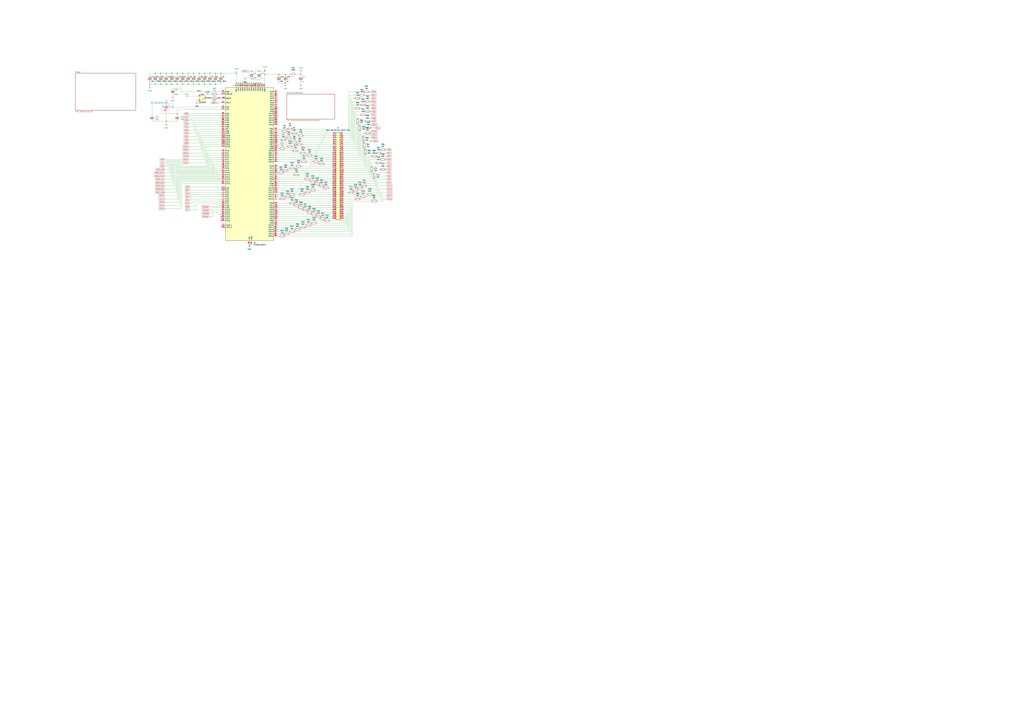
<source format=kicad_sch>
(kicad_sch (version 20231120) (generator "eeschema") (generator_version "8.0")
  (paper "A0")
  (junction (at 274.32 85.09))
  (junction (at 180.34 85.09))
  (junction (at 292.1 91.44))
  (junction (at 193.04 85.09))
  (junction (at 289.56 96.52))
  (junction (at 200.66 124.46))
  (junction (at 297.18 96.52))
  (junction (at 212.09 85.09))
  (junction (at 287.02 96.52))
  (junction (at 205.74 132.08))
  (junction (at 292.1 96.52))
  (junction (at 243.84 97.79))
  (junction (at 307.34 82.55))
  (junction (at 307.34 86.36))
  (junction (at 231.14 97.79))
  (junction (at 237.49 85.09))
  (junction (at 289.56 284.48))
  (junction (at 237.49 97.79))
  (junction (at 250.19 97.79))
  (junction (at 205.74 85.09))
  (junction (at 224.79 85.09))
  (junction (at 193.04 97.79))
  (junction (at 300.99 82.55))
  (junction (at 299.72 96.52))
  (junction (at 276.86 96.52))
  (junction (at 323.85 86.36))
  (junction (at 349.25 86.36))
  (junction (at 302.26 96.52))
  (junction (at 279.4 96.52))
  (junction (at 212.09 97.79))
  (junction (at 331.47 86.36))
  (junction (at 281.94 96.52))
  (junction (at 186.69 85.09))
  (junction (at 284.48 96.52))
  (junction (at 331.47 96.52))
  (junction (at 430.53 163.83))
  (junction (at 199.39 97.79))
  (junction (at 231.14 85.09))
  (junction (at 250.19 85.09))
  (junction (at 274.32 96.52))
  (junction (at 224.79 97.79))
  (junction (at 218.44 97.79))
  (junction (at 243.84 85.09))
  (junction (at 186.69 97.79))
  (junction (at 205.74 97.79))
  (junction (at 292.1 82.55))
  (junction (at 218.44 85.09))
  (junction (at 256.54 85.09))
  (junction (at 193.04 140.97))
  (junction (at 199.39 85.09))
  (junction (at 173.99 97.79))
  (junction (at 294.64 96.52))
  (junction (at 180.34 97.79))
  (no_connect (at 256.54 248.92))
  (no_connect (at 256.54 254))
  (no_connect (at 256.54 256.54))
  (no_connect (at 256.54 251.46))
  (wire (pts (xy 191.77 242.57) (xy 210.82 242.57)))
  (wire (pts (xy 186.69 85.09) (xy 186.69 87.63)))
  (wire (pts (xy 417.83 180.34) (xy 417.83 152.4)))
  (wire (pts (xy 347.98 203.2) (xy 354.33 203.2)))
  (wire (pts (xy 207.01 231.14) (xy 207.01 208.28)))
  (wire (pts (xy 330.2 200.66) (xy 355.6 200.66)))
  (wire (pts (xy 400.05 256.54) (xy 400.05 254)))
  (wire (pts (xy 201.93 215.9) (xy 201.93 203.2)))
  (wire (pts (xy 199.39 85.09) (xy 193.04 85.09)))
  (wire (pts (xy 322.58 223.52) (xy 344.17 223.52)))
  (wire (pts (xy 251.46 204.47) (xy 251.46 198.12)))
  (wire (pts (xy 434.34 148.59) (xy 431.8 148.59)))
  (wire (pts (xy 176.53 133.35) (xy 176.53 120.65)))
  (wire (pts (xy 256.54 209.55) (xy 208.28 209.55)))
  (wire (pts (xy 430.53 163.83) (xy 431.8 163.83)))
  (wire (pts (xy 292.1 92.71) (xy 300.99 92.71)))
  (wire (pts (xy 207.01 189.23) (xy 207.01 196.85)))
  (wire (pts (xy 198.12 204.47) (xy 198.12 191.77)))
  (wire (pts (xy 417.83 228.6) (xy 398.78 228.6)))
  (wire (pts (xy 322.58 154.94) (xy 337.82 154.94)))
  (wire (pts (xy 340.36 233.68) (xy 340.36 231.14)))
  (wire (pts (xy 256.54 85.09) (xy 250.19 85.09)))
  (wire (pts (xy 435.61 177.8) (xy 426.72 177.8)))
  (wire (pts (xy 408.94 118.11) (xy 422.91 118.11)))
  (wire (pts (xy 408.94 220.98) (xy 398.78 220.98)))
  (wire (pts (xy 417.83 121.92) (xy 410.21 121.92)))
  (wire (pts (xy 346.71 175.26) (xy 367.03 175.26)))
  (wire (pts (xy 436.88 208.28) (xy 448.31 208.28)))
  (wire (pts (xy 176.53 120.65) (xy 200.66 120.65)))
  (wire (pts (xy 402.59 261.62) (xy 402.59 248.92)))
  (wire (pts (xy 191.77 208.28) (xy 199.39 208.28)))
  (wire (pts (xy 322.58 160.02) (xy 331.47 160.02)))
  (wire (pts (xy 243.84 95.25) (xy 243.84 97.79)))
  (wire (pts (xy 256.54 85.09) (xy 256.54 87.63)))
  (wire (pts (xy 322.58 187.96) (xy 349.25 187.96)))
  (wire (pts (xy 323.85 96.52) (xy 331.47 96.52)))
  (wire (pts (xy 353.06 208.28) (xy 353.06 205.74)))
  (wire (pts (xy 199.39 95.25) (xy 199.39 97.79)))
  (wire (pts (xy 250.19 195.58) (xy 256.54 195.58)))
  (wire (pts (xy 300.99 92.71) (xy 300.99 91.44)))
  (wire (pts (xy 256.54 95.25) (xy 256.54 97.79)))
  (wire (pts (xy 341.63 231.14) (xy 386.08 231.14)))
  (wire (pts (xy 419.1 215.9) (xy 398.78 215.9)))
  (wire (pts (xy 322.58 177.8) (xy 347.98 177.8)))
  (wire (pts (xy 345.44 165.1) (xy 372.11 165.1)))
  (wire (pts (xy 368.3 248.92) (xy 386.08 248.92)))
  (wire (pts (xy 322.58 157.48) (xy 345.44 157.48)))
  (wire (pts (xy 406.4 110.49) (xy 416.56 110.49)))
  (wire (pts (xy 228.6 236.22) (xy 256.54 236.22)))
  (wire (pts (xy 345.44 223.52) (xy 345.44 220.98)))
  (wire (pts (xy 224.79 97.79) (xy 218.44 97.79)))
  (wire (pts (xy 369.57 175.26) (xy 369.57 170.18)))
  (wire (pts (xy 187.96 124.46) (xy 187.96 132.08)))
  (wire (pts (xy 414.02 133.35) (xy 417.83 133.35)))
  (wire (pts (xy 433.07 196.85) (xy 433.07 210.82)))
  (wire (pts (xy 203.2 193.04) (xy 203.2 200.66)))
  (wire (pts (xy 195.58 196.85) (xy 195.58 189.23)))
  (wire (pts (xy 250.19 195.58) (xy 250.19 203.2)))
  (wire (pts (xy 322.58 264.16) (xy 347.98 264.16)))
  (wire (pts (xy 248.92 193.04) (xy 248.92 201.93)))
  (wire (pts (xy 204.47 223.52) (xy 191.77 223.52)))
  (wire (pts (xy 191.77 231.14) (xy 207.01 231.14)))
  (wire (pts (xy 205.74 97.79) (xy 199.39 97.79)))
  (wire (pts (xy 199.39 208.28) (xy 199.39 193.04)))
  (wire (pts (xy 205.74 95.25) (xy 205.74 97.79)))
  (wire (pts (xy 228.6 243.84) (xy 228.6 236.22)))
  (wire (pts (xy 369.57 175.26) (xy 386.08 175.26)))
  (wire (pts (xy 412.75 170.18) (xy 398.78 170.18)))
  (wire (pts (xy 342.9 228.6) (xy 386.08 228.6)))
  (wire (pts (xy 205.74 190.5) (xy 205.74 198.12)))
  (wire (pts (xy 322.58 266.7) (xy 341.63 266.7)))
  (wire (pts (xy 219.71 177.8) (xy 234.95 177.8)))
  (wire (pts (xy 205.74 207.01) (xy 205.74 227.33)))
  (wire (pts (xy 448.31 219.71) (xy 440.69 219.71)))
  (wire (pts (xy 398.78 157.48) (xy 406.4 157.48)))
  (wire (pts (xy 322.58 259.08) (xy 360.68 259.08)))
  (wire (pts (xy 430.53 233.68) (xy 398.78 233.68)))
  (wire (pts (xy 405.13 154.94) (xy 398.78 154.94)))
  (wire (pts (xy 219.71 151.13) (xy 226.06 151.13)))
  (wire (pts (xy 205.74 198.12) (xy 245.11 198.12)))
  (wire (pts (xy 349.25 266.7) (xy 405.13 266.7)))
  (wire (pts (xy 345.44 154.94) (xy 377.19 154.94)))
  (wire (pts (xy 226.06 240.03) (xy 220.98 240.03)))
  (wire (pts (xy 228.6 149.86) (xy 256.54 149.86)))
  (wire (pts (xy 307.34 86.36) (xy 323.85 86.36)))
  (wire (pts (xy 349.25 215.9) (xy 369.57 215.9)))
  (wire (pts (xy 354.33 205.74) (xy 354.33 203.2)))
  (wire (pts (xy 193.04 85.09) (xy 193.04 87.63)))
  (wire (pts (xy 406.4 241.3) (xy 398.78 241.3)))
  (wire (pts (xy 220.98 243.84) (xy 228.6 243.84)))
  (wire (pts (xy 245.11 198.12) (xy 245.11 185.42)))
  (wire (pts (xy 398.78 180.34) (xy 417.83 180.34)))
  (wire (pts (xy 342.9 236.22) (xy 386.08 236.22)))
  (wire (pts (xy 331.47 86.36) (xy 331.47 87.63)))
  (wire (pts (xy 254 119.38) (xy 256.54 119.38)))
  (wire (pts (xy 180.34 95.25) (xy 180.34 97.79)))
  (wire (pts (xy 212.09 85.09) (xy 205.74 85.09)))
  (wire (pts (xy 274.32 85.09) (xy 256.54 85.09)))
  (wire (pts (xy 248.92 201.93) (xy 201.93 201.93)))
  (wire (pts (xy 322.58 172.72) (xy 323.85 172.72)))
  (wire (pts (xy 439.42 215.9) (xy 439.42 223.52)))
  (wire (pts (xy 377.19 190.5) (xy 386.08 190.5)))
  (wire (pts (xy 344.17 86.36) (xy 349.25 86.36)))
  (wire (pts (xy 341.63 231.14) (xy 341.63 228.6)))
  (wire (pts (xy 331.47 172.72) (xy 368.3 172.72)))
  (wire (pts (xy 378.46 157.48) (xy 386.08 157.48)))
  (wire (pts (xy 340.36 170.18) (xy 369.57 170.18)))
  (wire (pts (xy 403.86 223.52) (xy 398.78 223.52)))
  (wire (pts (xy 238.76 170.18) (xy 238.76 189.23)))
  (wire (pts (xy 322.58 238.76) (xy 340.36 238.76)))
  (wire (pts (xy 411.48 167.64) (xy 411.48 125.73)))
  (wire (pts (xy 223.52 139.7) (xy 256.54 139.7)))
  (wire (pts (xy 210.82 106.68) (xy 256.54 106.68)))
  (wire (pts (xy 412.75 129.54) (xy 412.75 170.18)))
  (wire (pts (xy 274.32 85.09) (xy 274.32 96.52)))
  (wire (pts (xy 205.74 85.09) (xy 199.39 85.09)))
  (wire (pts (xy 379.73 154.94) (xy 379.73 149.86)))
  (wire (pts (xy 322.58 198.12) (xy 327.66 198.12)))
  (wire (pts (xy 292.1 82.55) (xy 292.1 83.82)))
  (wire (pts (xy 219.71 162.56) (xy 229.87 162.56)))
  (wire (pts (xy 322.58 271.78) (xy 328.93 271.78)))
  (wire (pts (xy 401.32 251.46) (xy 401.32 259.08)))
  (wire (pts (xy 246.38 243.84) (xy 256.54 243.84)))
  (wire (pts (xy 425.45 173.99) (xy 425.45 195.58)))
  (wire (pts (xy 198.12 124.46) (xy 200.66 124.46)))
  (wire (pts (xy 421.64 165.1) (xy 421.64 187.96)))
  (wire (pts (xy 336.55 271.78) (xy 407.67 271.78)))
  (wire (pts (xy 350.52 193.04) (xy 359.41 193.04)))
  (wire (pts (xy 200.66 110.49) (xy 200.66 111.76)))
  (wire (pts (xy 430.53 106.68) (xy 429.26 106.68)))
  (wire (pts (xy 426.72 177.8) (xy 426.72 198.12)))
  (wire (pts (xy 289.56 82.55) (xy 292.1 82.55)))
  (wire (pts (xy 191.77 219.71) (xy 203.2 219.71)))
  (wire (pts (xy 173.99 97.79) (xy 173.99 95.25)))
  (wire (pts (xy 360.68 193.04) (xy 360.68 187.96)))
  (wire (pts (xy 361.95 261.62) (xy 402.59 261.62)))
  (wire (pts (xy 349.25 95.25) (xy 349.25 97.79)))
  (wire (pts (xy 224.79 95.25) (xy 224.79 97.79)))
  (wire (pts (xy 241.3 177.8) (xy 256.54 177.8)))
  (wire (pts (xy 331.47 274.32) (xy 408.94 274.32)))
  (wire (pts (xy 424.18 163.83) (xy 430.53 163.83)))
  (wire (pts (xy 407.67 238.76) (xy 407.67 271.78)))
  (wire (pts (xy 419.1 182.88) (xy 398.78 182.88)))
  (wire (pts (xy 243.84 97.79) (xy 237.49 97.79)))
  (wire (pts (xy 346.71 220.98) (xy 346.71 218.44)))
  (wire (pts (xy 198.12 191.77) (xy 204.47 191.77)))
  (wire (pts (xy 223.52 143.51) (xy 223.52 139.7)))
  (wire (pts (xy 201.93 194.31) (xy 200.66 194.31)))
  (wire (pts (xy 256.54 226.06) (xy 220.98 226.06)))
  (wire (pts (xy 430.53 162.56) (xy 430.53 163.83)))
  (wire (pts (xy 322.58 241.3) (xy 345.44 241.3)))
  (wire (pts (xy 231.14 166.37) (xy 219.71 166.37)))
  (wire (pts (xy 429.26 185.42) (xy 429.26 203.2)))
  (wire (pts (xy 322.58 254) (xy 370.84 254)))
  (wire (pts (xy 448.31 227.33) (xy 443.23 227.33)))
  (wire (pts (xy 229.87 152.4) (xy 256.54 152.4)))
  (wire (pts (xy 276.86 96.52) (xy 279.4 96.52)))
  (wire (pts (xy 354.33 205.74) (xy 386.08 205.74)))
  (wire (pts (xy 441.96 223.52) (xy 441.96 228.6)))
  (wire (pts (xy 368.3 259.08) (xy 401.32 259.08)))
  (wire (pts (xy 256.54 97.79) (xy 250.19 97.79)))
  (wire (pts (xy 322.58 231.14) (xy 323.85 231.14)))
  (wire (pts (xy 435.61 215.9) (xy 426.72 215.9)))
  (wire (pts (xy 365.76 182.88) (xy 365.76 177.8)))
  (wire (pts (xy 274.32 96.52) (xy 276.86 96.52)))
  (wire (pts (xy 419.1 125.73) (xy 430.53 125.73)))
  (wire (pts (xy 231.14 154.94) (xy 231.14 166.37)))
  (wire (pts (xy 292.1 91.44) (xy 292.1 92.71)))
  (wire (pts (xy 350.52 213.36) (xy 350.52 210.82)))
  (wire (pts (xy 372.11 170.18) (xy 372.11 165.1)))
  (wire (pts (xy 430.53 156.21) (xy 430.53 157.48)))
  (wire (pts (xy 322.58 185.42) (xy 361.95 185.42)))
  (wire (pts (xy 252.73 205.74) (xy 204.47 205.74)))
  (wire (pts (xy 407.67 160.02) (xy 398.78 160.02)))
  (wire (pts (xy 342.9 195.58) (xy 358.14 195.58)))
  (wire (pts (xy 193.04 129.54) (xy 193.04 140.97)))
  (wire (pts (xy 425.45 195.58) (xy 398.78 195.58)))
  (wire (pts (xy 335.28 198.12) (xy 356.87 198.12)))
  (wire (pts (xy 351.79 210.82) (xy 359.41 210.82)))
  (wire (pts (xy 414.02 172.72) (xy 414.02 133.35)))
  (wire (pts (xy 443.23 227.33) (xy 443.23 231.14)))
  (wire (pts (xy 242.57 180.34) (xy 256.54 180.34)))
  (wire (pts (xy 421.64 187.96) (xy 398.78 187.96)))
  (wire (pts (xy 322.58 226.06) (xy 335.28 226.06)))
  (wire (pts (xy 398.78 213.36) (xy 434.34 213.36)))
  (wire (pts (xy 448.31 215.9) (xy 439.42 215.9)))
  (wire (pts (xy 194.31 193.04) (xy 194.31 187.96)))
  (wire (pts (xy 186.69 97.79) (xy 180.34 97.79)))
  (wire (pts (xy 422.91 160.02) (xy 422.91 165.1)))
  (wire (pts (xy 173.99 97.79) (xy 173.99 100.33)))
  (wire (pts (xy 193.04 97.79) (xy 186.69 97.79)))
  (wire (pts (xy 435.61 204.47) (xy 435.61 215.9)))
  (wire (pts (xy 224.79 85.09) (xy 218.44 85.09)))
  (wire (pts (xy 430.53 205.74) (xy 398.78 205.74)))
  (wire (pts (xy 300.99 82.55) (xy 307.34 82.55)))
  (wire (pts (xy 205.74 132.08) (xy 205.74 133.35)))
  (wire (pts (xy 193.04 189.23) (xy 193.04 186.69)))
  (wire (pts (xy 360.68 223.52) (xy 386.08 223.52)))
  (wire (pts (xy 424.18 110.49) (xy 430.53 110.49)))
  (wire (pts (xy 297.18 96.52) (xy 299.72 96.52)))
  (wire (pts (xy 379.73 154.94) (xy 386.08 154.94)))
  (wire (pts (xy 226.06 233.68) (xy 226.06 240.03)))
  (wire (pts (xy 433.07 210.82) (xy 398.78 210.82)))
  (wire (pts (xy 256.54 231.14) (xy 223.52 231.14)))
  (wire (pts (xy 289.56 96.52) (xy 292.1 96.52)))
  (wire (pts (xy 398.78 218.44) (xy 414.02 218.44)))
  (wire (pts (xy 231.14 85.09) (xy 224.79 85.09)))
  (wire (pts (xy 187.96 132.08) (xy 205.74 132.08)))
  (wire (pts (xy 219.71 143.51) (xy 223.52 143.51)))
  (wire (pts (xy 218.44 85.09) (xy 212.09 85.09)))
  (wire (pts (xy 191.77 189.23) (xy 193.04 189.23)))
  (wire (pts (xy 210.82 185.42) (xy 210.82 193.04)))
  (wire (pts (xy 365.76 182.88) (xy 386.08 182.88)))
  (wire (pts (xy 292.1 90.17) (xy 292.1 91.44)))
  (wire (pts (xy 331.47 96.52) (xy 331.47 97.79)))
  (wire (pts (xy 203.2 200.66) (xy 247.65 200.66)))
  (wire (pts (xy 361.95 190.5) (xy 369.57 190.5)))
  (wire (pts (xy 382.27 218.44) (xy 386.08 218.44)))
  (wire (pts (xy 427.99 181.61) (xy 427.99 200.66)))
  (wire (pts (xy 256.54 213.36) (xy 210.82 213.36)))
  (wire (pts (xy 246.38 187.96) (xy 256.54 187.96)))
  (wire (pts (xy 256.54 210.82) (xy 209.55 210.82)))
  (wire (pts (xy 250.19 85.09) (xy 250.19 87.63)))
  (wire (pts (xy 370.84 172.72) (xy 370.84 167.64)))
  (wire (pts (xy 398.78 175.26) (xy 415.29 175.26)))
  (wire (pts (xy 243.84 182.88) (xy 256.54 182.88)))
  (wire (pts (xy 207.01 208.28) (xy 255.27 208.28)))
  (wire (pts (xy 256.54 165.1) (xy 236.22 165.1)))
  (wire (pts (xy 243.84 247.65) (xy 246.38 247.65)))
  (wire (pts (xy 398.78 162.56) (xy 408.94 162.56)))
  (wire (pts (xy 448.31 189.23) (xy 443.23 189.23)))
  (wire (pts (xy 322.58 274.32) (xy 323.85 274.32)))
  (wire (pts (xy 227.33 154.94) (xy 227.33 147.32)))
  (wire (pts (xy 191.77 204.47) (xy 198.12 204.47)))
  (wire (pts (xy 307.34 82.55) (xy 307.34 86.36)))
  (wire (pts (xy 203.2 219.71) (xy 203.2 204.47)))
  (wire (pts (xy 322.58 236.22) (xy 335.28 236.22)))
  (wire (pts (xy 243.84 251.46) (xy 247.65 251.46)))
  (wire (pts (xy 421.64 106.68) (xy 405.13 106.68)))
  (wire (pts (xy 322.58 152.4) (xy 326.39 152.4)))
  (wire (pts (xy 256.54 233.68) (xy 226.06 233.68)))
  (wire (pts (xy 322.58 228.6) (xy 330.2 228.6)))
  (wire (pts (xy 408.94 162.56) (xy 408.94 118.11)))
  (wire (pts (xy 240.03 193.04) (xy 240.03 175.26)))
  (wire (pts (xy 247.65 190.5) (xy 256.54 190.5)))
  (wire (pts (xy 377.19 160.02) (xy 386.08 160.02)))
  (wire (pts (xy 242.57 195.58) (xy 242.57 180.34)))
  (wire (pts (xy 226.06 144.78) (xy 256.54 144.78)))
  (wire (pts (xy 218.44 85.09) (xy 218.44 87.63)))
  (wire (pts (xy 349.25 215.9) (xy 349.25 213.36)))
  (wire (pts (xy 410.21 165.1) (xy 398.78 165.1)))
  (wire (pts (xy 300.99 82.55) (xy 300.99 83.82)))
  (wire (pts (xy 323.85 86.36) (xy 331.47 86.36)))
  (wire (pts (xy 236.22 165.1) (xy 236.22 181.61)))
  (wire (pts (xy 411.48 231.14) (xy 398.78 231.14)))
  (wire (pts (xy 322.58 149.86) (xy 332.74 149.86)))
  (wire (pts (xy 444.5 233.68) (xy 438.15 233.68)))
  (wire (pts (xy 356.87 187.96) (xy 360.68 187.96)))
  (wire (pts (xy 234.95 177.8) (xy 234.95 162.56)))
  (wire (pts (xy 247.65 200.66) (xy 247.65 190.5)))
  (wire (pts (xy 435.61 189.23) (xy 430.53 189.23)))
  (wire (pts (xy 193.04 85.09) (xy 186.69 85.09)))
  (wire (pts (xy 236.22 181.61) (xy 219.71 181.61)))
  (wire (pts (xy 228.6 116.84) (xy 229.87 116.84)))
  (wire (pts (xy 200.66 120.65) (xy 200.66 124.46)))
  (wire (pts (xy 205.74 127) (xy 256.54 127)))
  (wire (pts (xy 405.13 106.68) (xy 405.13 154.94)))
  (wire (pts (xy 237.49 85.09) (xy 231.14 85.09)))
  (wire (pts (xy 424.18 163.83) (xy 424.18 172.72)))
  (wire (pts (xy 322.58 165.1) (xy 337.82 165.1)))
  (wire (pts (xy 323.85 86.36) (xy 323.85 87.63)))
  (wire (pts (xy 193.04 186.69) (xy 209.55 186.69)))
  (wire (pts (xy 281.94 96.52) (xy 284.48 96.52)))
  (wire (pts (xy 411.48 114.3) (xy 407.67 114.3)))
  (wire (pts (xy 430.53 189.23) (xy 430.53 205.74)))
  (wire (pts (xy 289.56 284.48) (xy 292.1 284.48)))
  (wire (pts (xy 246.38 199.39) (xy 246.38 187.96)))
  (wire (pts (xy 220.98 223.52) (xy 220.98 224.79)))
  (wire (pts (xy 284.48 96.52) (xy 287.02 96.52)))
  (wire (pts (xy 209.55 210.82) (xy 209.55 238.76)))
  (wire (pts (xy 368.3 177.8) (xy 386.08 177.8)))
  (wire (pts (xy 200.66 194.31) (xy 200.66 212.09)))
  (wire (pts (xy 209.55 194.31) (xy 241.3 194.31)))
  (wire (pts (xy 434.34 208.28) (xy 434.34 213.36)))
  (wire (pts (xy 359.41 195.58) (xy 386.08 195.58)))
  (wire (pts (xy 218.44 95.25) (xy 218.44 97.79)))
  (wire (pts (xy 425.45 133.35) (xy 430.53 133.35)))
  (wire (pts (xy 302.26 96.52) (xy 304.8 96.52)))
  (wire (pts (xy 247.65 246.38) (xy 256.54 246.38)))
  (wire (pts (xy 367.03 210.82) (xy 386.08 210.82)))
  (wire (pts (xy 367.03 220.98) (xy 386.08 220.98)))
  (wire (pts (xy 374.65 165.1) (xy 374.65 160.02)))
  (wire (pts (xy 210.82 213.36) (xy 210.82 242.57)))
  (wire (pts (xy 232.41 170.18) (xy 232.41 157.48)))
  (wire (pts (xy 254 240.03) (xy 254 238.76)))
  (wire (pts (xy 256.54 193.04) (xy 248.92 193.04)))
  (wire (pts (xy 322.58 195.58) (xy 335.28 195.58)))
  (wire (pts (xy 406.4 157.48) (xy 406.4 110.49)))
  (wire (pts (xy 448.31 200.66) (xy 434.34 200.66)))
  (wire (pts (xy 256.54 170.18) (xy 238.76 170.18)))
  (wire (pts (xy 209.55 238.76) (xy 191.77 238.76)))
  (wire (pts (xy 407.67 114.3) (xy 407.67 160.02)))
  (wire (pts (xy 212.09 97.79) (xy 205.74 97.79)))
  (wire (pts (xy 209.55 186.69) (xy 209.55 194.31)))
  (wire (pts (xy 430.53 157.48) (xy 421.64 157.48)))
  (wire (pts (xy 339.09 160.02) (xy 374.65 160.02)))
  (wire (pts (xy 220.98 226.06) (xy 220.98 228.6)))
  (wire (pts (xy 204.47 191.77) (xy 204.47 199.39)))
  (wire (pts (xy 322.58 205.74) (xy 353.06 205.74)))
  (wire (pts (xy 322.58 251.46) (xy 365.76 251.46)))
  (wire (pts (xy 398.78 172.72) (xy 414.02 172.72)))
  (wire (pts (xy 322.58 193.04) (xy 342.9 193.04)))
  (wire (pts (xy 430.53 121.92) (xy 425.45 121.92)))
  (wire (pts (xy 322.58 203.2) (xy 340.36 203.2)))
  (wire (pts (xy 398.78 243.84) (xy 405.13 243.84)))
  (wire (pts (xy 223.52 236.22) (xy 220.98 236.22)))
  (wire (pts (xy 218.44 97.79) (xy 212.09 97.79)))
  (wire (pts (xy 322.58 256.54) (xy 375.92 256.54)))
  (wire (pts (xy 448.31 193.04) (xy 431.8 193.04)))
  (wire (pts (xy 373.38 167.64) (xy 386.08 167.64)))
  (wire (pts (xy 363.22 180.34) (xy 364.49 180.34)))
  (wire (pts (xy 349.25 86.36) (xy 349.25 87.63)))
  (wire (pts (xy 252.73 109.22) (xy 256.54 109.22)))
  (wire (pts (xy 256.54 167.64) (xy 237.49 167.64)))
  (wire (pts (xy 375.92 162.56) (xy 386.08 162.56)))
  (wire (pts (xy 440.69 226.06) (xy 433.07 226.06)))
  (wire (pts (xy 448.31 177.8) (xy 443.23 177.8)))
  (wire (pts (xy 219.71 147.32) (xy 224.79 147.32)))
  (wire (pts (xy 199.39 85.09) (xy 199.39 87.63)))
  (wire (pts (xy 364.49 185.42) (xy 364.49 180.34)))
  (wire (pts (xy 360.68 208.28) (xy 386.08 208.28)))
  (wire (pts (xy 422.91 160.02) (xy 430.53 160.02)))
  (wire (pts (xy 205.74 85.09) (xy 205.74 87.63)))
  (wire (pts (xy 256.54 160.02) (xy 233.68 160.02)))
  (wire (pts (xy 351.79 210.82) (xy 351.79 208.28)))
  (wire (pts (xy 416.56 140.97) (xy 416.56 177.8)))
  (wire (pts (xy 287.02 96.52) (xy 289.56 96.52)))
  (wire (pts (xy 345.44 223.52) (xy 353.06 223.52)))
  (wire (pts (xy 367.03 180.34) (xy 386.08 180.34)))
  (wire (pts (xy 424.18 180.34) (xy 424.18 193.04)))
  (wire (pts (xy 186.69 95.25) (xy 186.69 97.79)))
  (wire (pts (xy 256.54 217.17) (xy 256.54 218.44)))
  (wire (pts (xy 200.66 212.09) (xy 191.77 212.09)))
  (wire (pts (xy 208.28 187.96) (xy 208.28 195.58)))
  (wire (pts (xy 224.79 142.24) (xy 256.54 142.24)))
  (wire (pts (xy 398.78 251.46) (xy 401.32 251.46)))
  (wire (pts (xy 242.57 109.22) (xy 245.11 109.22)))
  (wire (pts (xy 363.22 187.96) (xy 363.22 182.88)))
  (wire (pts (xy 220.98 232.41) (xy 222.25 232.41)))
  (wire (pts (xy 425.45 226.06) (xy 398.78 226.06)))
  (wire (pts (xy 353.06 157.48) (xy 375.92 157.48)))
  (wire (pts (xy 207.01 196.85) (xy 243.84 196.85)))
  (wire (pts (xy 191.77 185.42) (xy 210.82 185.42)))
  (wire (pts (xy 340.36 233.68) (xy 386.08 233.68)))
  (wire (pts (xy 355.6 177.8) (xy 365.76 177.8)))
  (wire (pts (xy 364.49 185.42) (xy 386.08 185.42)))
  (wire (pts (xy 403.86 246.38) (xy 403.86 264.16)))
  (wire (pts (xy 431.8 200.66) (xy 431.8 208.28)))
  (wire (pts (xy 424.18 193.04) (xy 398.78 193.04)))
  (wire (pts (xy 448.31 181.61) (xy 438.15 181.61)))
  (wire (pts (xy 342.9 228.6) (xy 342.9 226.06)))
  (wire (pts (xy 322.58 175.26) (xy 339.09 175.26)))
  (wire (pts (xy 208.28 195.58) (xy 242.57 195.58)))
  (wire (pts (xy 194.31 187.96) (xy 208.28 187.96)))
  (wire (pts (xy 193.04 140.97) (xy 193.04 143.51)))
  (wire (pts (xy 201.93 201.93) (xy 201.93 194.31)))
  (wire (pts (xy 231.14 95.25) (xy 231.14 97.79)))
  (wire (pts (xy 229.87 162.56) (xy 229.87 152.4)))
  (wire (pts (xy 251.46 198.12) (xy 256.54 198.12)))
  (wire (pts (xy 406.4 269.24) (xy 406.4 241.3)))
  (wire (pts (xy 173.99 87.63) (xy 173.99 85.09)))
  (wire (pts (xy 224.79 147.32) (xy 224.79 142.24)))
  (wire (pts (xy 191.77 215.9) (xy 201.93 215.9)))
  (wire (pts (xy 256.54 208.28) (xy 256.54 209.55)))
  (wire (pts (xy 250.19 85.09) (xy 243.84 85.09)))
  (wire (pts (xy 180.34 97.79) (xy 173.99 97.79)))
  (wire (pts (xy 347.98 238.76) (xy 386.08 238.76)))
  (wire (pts (xy 219.71 170.18) (xy 232.41 170.18)))
  (wire (pts (xy 223.52 231.14) (xy 223.52 236.22)))
  (wire (pts (xy 212.09 85.09) (xy 212.09 87.63)))
  (wire (pts (xy 408.94 274.32) (xy 408.94 236.22)))
  (wire (pts (xy 322.58 210.82) (xy 350.52 210.82)))
  (wire (pts (xy 444.5 231.14) (xy 444.5 233.68)))
  (wire (pts (xy 220.98 217.17) (xy 256.54 217.17)))
  (wire (pts (xy 422.91 172.72) (xy 422.91 190.5)))
  (wire (pts (xy 370.84 187.96) (xy 386.08 187.96)))
  (wire (pts (xy 299.72 96.52) (xy 302.26 96.52)))
  (wire (pts (xy 420.37 154.94) (xy 420.37 185.42)))
  (wire (pts (xy 438.15 220.98) (xy 416.56 220.98)))
  (wire (pts (xy 196.85 200.66) (xy 196.85 190.5)))
  (wire (pts (xy 238.76 189.23) (xy 219.71 189.23)))
  (wire (pts (xy 356.87 200.66) (xy 386.08 200.66)))
  (wire (pts (xy 427.99 200.66) (xy 398.78 200.66)))
  (wire (pts (xy 448.31 223.52) (xy 441.96 223.52)))
  (wire (pts (xy 219.71 154.94) (xy 227.33 154.94)))
  (wire (pts (xy 180.34 85.09) (xy 180.34 87.63)))
  (wire (pts (xy 322.58 246.38) (xy 355.6 246.38)))
  (wire (pts (xy 416.56 177.8) (xy 398.78 177.8)))
  (wire (pts (xy 322.58 182.88) (xy 363.22 182.88)))
  (wire (pts (xy 222.25 228.6) (xy 256.54 228.6)))
  (wire (pts (xy 375.92 162.56) (xy 375.92 157.48)))
  (wire (pts (xy 176.53 140.97) (xy 193.04 140.97)))
  (wire (pts (xy 241.3 194.31) (xy 241.3 177.8)))
  (wire (pts (xy 200.66 124.46) (xy 256.54 124.46)))
  (wire (pts (xy 243.84 196.85) (xy 243.84 182.88)))
  (wire (pts (xy 292.1 96.52) (xy 294.64 96.52)))
  (wire (pts (xy 233.68 173.99) (xy 219.71 173.99)))
  (wire (pts (xy 252.73 200.66) (xy 252.73 205.74)))
  (wire (pts (xy 438.15 212.09) (xy 438.15 220.98)))
  (wire (pts (xy 378.46 254) (xy 386.08 254)))
  (wire (pts (xy 440.69 219.71) (xy 440.69 226.06)))
  (wire (pts (xy 398.78 238.76) (xy 407.67 238.76)))
  (wire (pts (xy 237.49 85.09) (xy 237.49 87.63)))
  (wire (pts (xy 361.95 190.5) (xy 361.95 185.42)))
  (wire (pts (xy 322.58 261.62) (xy 354.33 261.62)))
  (wire (pts (xy 250.19 95.25) (xy 250.19 97.79)))
  (wire (pts (xy 355.6 203.2) (xy 355.6 200.66)))
  (wire (pts (xy 222.25 232.41) (xy 222.25 228.6)))
  (wire (pts (xy 243.84 85.09) (xy 237.49 85.09)))
  (wire (pts (xy 378.46 157.48) (xy 378.46 152.4)))
  (wire (pts (xy 237.49 97.79) (xy 231.14 97.79)))
  (wire (pts (xy 219.71 134.62) (xy 219.71 135.89)))
  (wire (pts (xy 377.19 215.9) (xy 386.08 215.9)))
  (wire (pts (xy 441.96 228.6) (xy 425.45 228.6)))
  (wire (pts (xy 256.54 203.2) (xy 254 203.2)))
  (wire (pts (xy 448.31 204.47) (xy 435.61 204.47)))
  (wire (pts (xy 347.98 218.44) (xy 347.98 215.9)))
  (wire (pts (xy 173.99 85.09) (xy 180.34 85.09)))
  (wire (pts (xy 398.78 246.38) (xy 403.86 246.38)))
  (wire (pts (xy 422.91 190.5) (xy 398.78 190.5)))
  (wire (pts (xy 255.27 208.28) (xy 255.27 205.74)))
  (wire (pts (xy 218.44 111.76) (xy 229.87 111.76)))
  (wire (pts (xy 337.82 228.6) (xy 341.63 228.6)))
  (wire (pts (xy 322.58 220.98) (xy 345.44 220.98)))
  (wire (pts (xy 294.64 96.52) (xy 297.18 96.52)))
  (wire (pts (xy 350.52 213.36) (xy 364.49 213.36)))
  (wire (pts (xy 222.25 137.16) (xy 256.54 137.16)))
  (wire (pts (xy 237.49 167.64) (xy 237.49 185.42)))
  (wire (pts (xy 420.37 185.42) (xy 398.78 185.42)))
  (wire (pts (xy 405.13 243.84) (xy 405.13 266.7)))
  (wire (pts (xy 245.11 241.3) (xy 256.54 241.3)))
  (wire (pts (xy 398.78 167.64) (xy 411.48 167.64)))
  (wire (pts (xy 358.14 198.12) (xy 386.08 198.12)))
  (wire (pts (xy 220.98 220.98) (xy 256.54 220.98)))
  (wire (pts (xy 322.58 269.24) (xy 335.28 269.24)))
  (wire (pts (xy 347.98 218.44) (xy 374.65 218.44)))
  (wire (pts (xy 219.71 158.75) (xy 228.6 158.75)))
  (wire (pts (xy 430.53 152.4) (xy 430.53 154.94)))
  (wire (pts (xy 254 207.01) (xy 205.74 207.01)))
  (wire (pts (xy 356.87 200.66) (xy 356.87 198.12)))
  (wire (pts (xy 237.49 95.25) (xy 237.49 97.79)))
  (wire (pts (xy 332.74 162.56) (xy 373.38 162.56)))
  (wire (pts (xy 421.64 218.44) (xy 436.88 218.44)))
  (wire (pts (xy 372.11 213.36) (xy 386.08 213.36)))
  (wire (pts (xy 358.14 198.12) (xy 358.14 195.58)))
  (wire (pts (xy 219.71 139.7) (xy 222.25 139.7)))
  (wire (pts (xy 344.17 226.06) (xy 346.71 226.06)))
  (wire (pts (xy 367.03 180.34) (xy 367.03 175.26)))
  (wire (pts (xy 243.84 243.84) (xy 245.11 243.84)))
  (wire (pts (xy 226.06 151.13) (xy 226.06 144.78)))
  (wire (pts (xy 219.71 185.42) (xy 237.49 185.42)))
  (wire (pts (xy 255.27 205.74) (xy 256.54 205.74)))
  (wire (pts (xy 400.05 254) (xy 398.78 254)))
  (wire (pts (xy 439.42 223.52) (xy 411.48 223.52)))
  (wire (pts (xy 340.36 149.86) (xy 379.73 149.86)))
  (wire (pts (xy 224.79 85.09) (xy 224.79 87.63)))
  (wire (pts (xy 331.47 95.25) (xy 331.47 96.52)))
  (wire (pts (xy 322.58 170.18) (xy 332.74 170.18)))
  (wire (pts (xy 443.23 231.14) (xy 419.1 231.14)))
  (wire (pts (xy 440.69 173.99) (xy 425.45 173.99)))
  (wire (pts (xy 245.11 185.42) (xy 256.54 185.42)))
  (wire (pts (xy 415.29 175.26) (xy 415.29 144.78)))
  (wire (pts (xy 322.58 162.56) (xy 325.12 162.56)))
  (wire (pts (xy 424.18 148.59) (xy 419.1 148.59)))
  (wire (pts (xy 227.33 147.32) (xy 256.54 147.32)))
  (wire (pts (xy 422.91 140.97) (xy 416.56 140.97)))
  (wire (pts (xy 199.39 97.79) (xy 193.04 97.79)))
  (wire (pts (xy 420.37 154.94) (xy 422.91 154.94)))
  (wire (pts (xy 254 238.76) (xy 256.54 238.76)))
  (wire (pts (xy 256.54 200.66) (xy 252.73 200.66)))
  (wire (pts (xy 377.19 160.02) (xy 377.19 154.94)))
  (wire (pts (xy 246.38 247.65) (xy 246.38 243.84)))
  (wire (pts (xy 208.28 234.95) (xy 191.77 234.95)))
  (wire (pts (xy 431.8 208.28) (xy 398.78 208.28)))
  (wire (pts (xy 374.65 165.1) (xy 386.08 165.1)))
  (wire (pts (xy 373.38 167.64) (xy 373.38 162.56)))
  (wire (pts (xy 205.74 132.08) (xy 205.74 127)))
  (wire (pts (xy 191.77 227.33) (xy 205.74 227.33)))
  (wire (pts (xy 232.41 157.48) (xy 256.54 157.48)))
  (wire (pts (xy 219.71 132.08) (xy 256.54 132.08)))
  (wire (pts (xy 292.1 82.55) (xy 300.99 82.55)))
  (wire (pts (xy 408.94 236.22) (xy 398.78 236.22)))
  (wire (pts (xy 240.03 175.26) (xy 256.54 175.26)))
  (wire (pts (xy 200.66 102.87) (xy 210.82 102.87)))
  (wire (pts (xy 322.58 213.36) (xy 349.25 213.36)))
  (wire (pts (xy 193.04 95.25) (xy 193.04 97.79)))
  (wire (pts (xy 234.95 162.56) (xy 256.54 162.56)))
  (wire (pts (xy 256.54 223.52) (xy 220.98 223.52)))
  (wire (pts (xy 254 203.2) (xy 254 207.01)))
  (wire (pts (xy 410.21 121.92) (xy 410.21 165.1)))
  (wire (pts (xy 344.17 226.06) (xy 344.17 223.52)))
  (wire (pts (xy 256.54 154.94) (xy 231.14 154.94)))
  (wire (pts (xy 440.69 185.42) (xy 429.26 185.42)))
  (wire (pts (xy 231.14 97.79) (xy 224.79 97.79)))
  (wire (pts (xy 370.84 172.72) (xy 386.08 172.72)))
  (wire (pts (xy 210.82 193.04) (xy 240.03 193.04)))
  (wire (pts (xy 243.84 85.09) (xy 243.84 87.63)))
  (wire (pts (xy 191.77 193.04) (xy 194.31 193.04)))
  (wire (pts (xy 349.25 83.82) (xy 349.25 86.36)))
  (wire (pts (xy 426.72 198.12) (xy 398.78 198.12)))
  (wire (pts (xy 307.34 86.36) (xy 307.34 96.52)))
  (wire (pts (xy 359.41 195.58) (xy 359.41 193.04)))
  (wire (pts (xy 322.58 218.44) (xy 346.71 218.44)))
  (wire (pts (xy 417.83 144.78) (xy 430.53 144.78)))
  (wire (pts (xy 419.1 148.59) (xy 419.1 182.88)))
  (wire (pts (xy 203.2 204.47) (xy 251.46 204.47)))
  (wire (pts (xy 430.53 114.3) (xy 419.1 114.3)))
  (wire (pts (xy 322.58 243.84) (xy 350.52 243.84)))
  (wire (pts (xy 204.47 205.74) (xy 204.47 223.52)))
  (wire (pts (xy 355.6 203.2) (xy 386.08 203.2)))
  (wire (pts (xy 448.31 231.14) (xy 444.5 231.14)))
  (wire (pts (xy 372.11 170.18) (xy 386.08 170.18)))
  (wire (pts (xy 245.11 243.84) (xy 245.11 241.3)))
  (wire (pts (xy 233.68 160.02) (xy 233.68 173.99)))
  (wire (pts (xy 279.4 96.52) (xy 281.94 96.52)))
  (wire (pts (xy 193.04 140.97) (xy 205.74 140.97)))
  (wire (pts (xy 346.71 220.98) (xy 359.41 220.98)))
  (wire (pts (xy 440.69 196.85) (xy 433.07 196.85)))
  (wire (pts (xy 186.69 85.09) (xy 180.34 85.09)))
  (wire (pts (xy 228.6 116.84) (xy 228.6 118.11)))
  (wire (pts (xy 191.77 196.85) (xy 195.58 196.85)))
  (wire (pts (xy 398.78 248.92) (xy 402.59 248.92)))
  (wire (pts (xy 247.65 251.46) (xy 247.65 246.38)))
  (wire (pts (xy 212.09 95.25) (xy 212.09 97.79)))
  (wire (pts (xy 208.28 209.55) (xy 208.28 234.95)))
  (wire (pts (xy 415.29 137.16) (xy 430.53 137.16)))
  (wire (pts (xy 331.47 231.14) (xy 340.36 231.14)))
  (wire (pts (xy 196.85 190.5) (xy 205.74 190.5)))
  (wire (pts (xy 383.54 256.54) (xy 400.05 256.54)))
  (wire (pts (xy 195.58 189.23) (xy 207.01 189.23)))
  (wire (pts (xy 355.6 264.16) (xy 403.86 264.16)))
  (wire (pts (xy 323.85 95.25) (xy 323.85 96.52)))
  (wire (pts (xy 331.47 86.36) (xy 336.55 86.36)))
  (wire (pts (xy 210.82 102.87) (xy 210.82 106.68)))
  (wire (pts (xy 219.71 134.62) (xy 256.54 134.62)))
  (wire (pts (xy 231.14 85.09) (xy 231.14 87.63)))
  (wire (pts (xy 204.47 199.39) (xy 246.38 199.39)))
  (wire (pts (xy 228.6 158.75) (xy 228.6 149.86)))
  (wire (pts (xy 252.73 114.3) (xy 256.54 114.3)))
  (wire (pts (xy 354.33 226.06) (xy 386.08 226.06)))
  (wire (pts (xy 250.19 97.79) (xy 243.84 97.79)))
  (wire (pts (xy 436.88 218.44) (xy 436.88 208.28)))
  (wire (pts (xy 201.93 203.2) (xy 250.19 203.2)))
  (wire (pts (xy 429.26 203.2) (xy 398.78 203.2)))
  (wire (pts (xy 322.58 215.9) (xy 347.98 215.9)))
  (wire (pts (xy 322.58 248.92) (xy 360.68 248.92)))
  (wire (pts (xy 322.58 180.34) (xy 355.6 180.34)))
  (wire (pts (xy 368.3 177.8) (xy 368.3 172.72)))
  (wire (pts (xy 284.48 90.17) (xy 292.1 90.17)))
  (wire (pts (xy 353.06 241.3) (xy 386.08 241.3)))
  (wire (pts (xy 342.9 269.24) (xy 406.4 269.24)))
  (wire (pts (xy 191.77 200.66) (xy 196.85 200.66)))
  (wire (pts (xy 430.53 181.61) (xy 427.99 181.61)))
  (wire (pts (xy 360.68 193.04) (xy 386.08 193.04)))
  (wire (pts (xy 322.58 167.64) (xy 344.17 167.64)))
  (wire (pts (xy 240.03 114.3) (xy 245.11 114.3)))
  (wire (pts (xy 373.38 251.46) (xy 386.08 251.46)))
  (wire (pts (xy 222.25 139.7) (xy 222.25 137.16)))
  (wire (pts (xy 334.01 152.4) (xy 378.46 152.4)))
  (wire (pts (xy 422.91 129.54) (xy 412.75 129.54)))
  (wire (pts (xy 243.84 240.03) (xy 254 240.03)))
  (wire (pts (xy 358.14 243.84) (xy 386.08 243.84)))
  (wire (pts (xy 363.22 246.38) (xy 386.08 246.38)))
  (wire (pts (xy 322.58 208.28) (xy 351.79 208.28)))
  (wire (pts (xy 199.39 193.04) (xy 203.2 193.04)))
  (wire (pts (xy 448.31 212.09) (xy 438.15 212.09)))
  (wire (pts (xy 351.79 167.64) (xy 370.84 167.64)))
  (label "SW_BOOT0" (at 240.03 114.3 0) (effects (font (size 0.635 0.635))))
  (label "NRST" (at 228.6 106.68 0))
  (label "BOOT0" (at 252.73 114.3 0) (effects (font (size 0.635 0.635))))
  (global_label "PF11" (shape input) (at 191.77 227.33 180) (property "Intersheetrefs" "${INTERSHEET_REFS}" (effects (hide yes))))
  (global_label "PF2" (shape input) (at 448.31 181.61 0) (property "Intersheetrefs" "${INTERSHEET_REFS}" (effects (hide yes))))
  (global_label "PF1" (shape input) (at 448.31 177.8 0) (property "Intersheetrefs" "${INTERSHEET_REFS}" (effects (hide yes))))
  (global_label "PG8" (shape input) (at 430.53 137.16 0) (property "Intersheetrefs" "${INTERSHEET_REFS}" (effects (hide yes))))
  (global_label "PE3" (shape input) (at 448.31 196.85 0) (property "Intersheetrefs" "${INTERSHEET_REFS}" (effects (hide yes))))
  (global_label "ADC3_IN14" (shape input) (at 191.77 200.66 180) (property "Intersheetrefs" "${INTERSHEET_REFS}" (effects (hide yes))))
  (global_label "VREF+" (shape input) (at 289.56 82.55 180) (property "Intersheetrefs" "${INTERSHEET_REFS}" (effects (hide yes))))
  (global_label "PG0" (shape input) (at 219.71 132.08 180) (property "Intersheetrefs" "${INTERSHEET_REFS}" (effects (hide yes))))
  (global_label "PE5" (shape input) (at 448.31 204.47 0) (property "Intersheetrefs" "${INTERSHEET_REFS}" (effects (hide yes))))
  (global_label "PG14" (shape input) (at 430.53 160.02 0) (property "Intersheetrefs" "${INTERSHEET_REFS}" (effects (hide yes))))
  (global_label "PG8" (shape input) (at 219.71 162.56 180) (property "Intersheetrefs" "${INTERSHEET_REFS}" (effects (hide yes))))
  (global_label "PG0" (shape input) (at 430.53 106.68 0) (property "Intersheetrefs" "${INTERSHEET_REFS}" (effects (hide yes))))
  (global_label "PF2" (shape input) (at 191.77 193.04 180) (property "Intersheetrefs" "${INTERSHEET_REFS}" (effects (hide yes))))
  (global_label "VREF+" (shape input) (at 254 119.38 180) (property "Intersheetrefs" "${INTERSHEET_REFS}" (effects (hide yes))))
  (global_label "PG13" (shape input) (at 219.71 181.61 180) (property "Intersheetrefs" "${INTERSHEET_REFS}" (effects (hide yes))))
  (global_label "PG11" (shape input) (at 434.34 148.59 0) (property "Intersheetrefs" "${INTERSHEET_REFS}" (effects (hide yes))))
  (global_label "PE2" (shape input) (at 448.31 193.04 0) (property "Intersheetrefs" "${INTERSHEET_REFS}" (effects (hide yes))))
  (global_label "PG11" (shape input) (at 219.71 173.99 180) (property "Intersheetrefs" "${INTERSHEET_REFS}" (effects (hide yes))))
  (global_label "PF14" (shape input) (at 448.31 227.33 0) (property "Intersheetrefs" "${INTERSHEET_REFS}" (effects (hide yes))))
  (global_label "PG15" (shape input) (at 219.71 189.23 180) (property "Intersheetrefs" "${INTERSHEET_REFS}" (effects (hide yes))))
  (global_label "PF11" (shape input) (at 448.31 215.9 0) (property "Intersheetrefs" "${INTERSHEET_REFS}" (effects (hide yes))))
  (global_label "ADC3_IN15" (shape input) (at 191.77 204.47 180) (property "Intersheetrefs" "${INTERSHEET_REFS}" (effects (hide yes))))
  (global_label "PG1" (shape input) (at 219.71 135.89 180) (property "Intersheetrefs" "${INTERSHEET_REFS}" (effects (hide yes))))
  (global_label "PG3" (shape input) (at 430.53 118.11 0) (property "Intersheetrefs" "${INTERSHEET_REFS}" (effects (hide yes))))
  (global_label "PF12" (shape input) (at 191.77 231.14 180) (property "Intersheetrefs" "${INTERSHEET_REFS}" (effects (hide yes))))
  (global_label "ADC3_IN4" (shape input) (at 191.77 208.28 180) (property "Intersheetrefs" "${INTERSHEET_REFS}" (effects (hide yes))))
  (global_label "PG9" (shape input) (at 219.71 166.37 180) (property "Intersheetrefs" "${INTERSHEET_REFS}" (effects (hide yes))))
  (global_label "PG2" (shape input) (at 430.53 114.3 0) (property "Intersheetrefs" "${INTERSHEET_REFS}" (effects (hide yes))))
  (global_label "PG12" (shape input) (at 430.53 152.4 0) (property "Intersheetrefs" "${INTERSHEET_REFS}" (effects (hide yes))))
  (global_label "PG6" (shape input) (at 219.71 154.94 180) (property "Intersheetrefs" "${INTERSHEET_REFS}" (effects (hide yes))))
  (global_label "PF14" (shape input) (at 191.77 238.76 180) (property "Intersheetrefs" "${INTERSHEET_REFS}" (effects (hide yes))))
  (global_label "PE4" (shape input) (at 448.31 200.66 0) (property "Intersheetrefs" "${INTERSHEET_REFS}" (effects (hide yes))))
  (global_label "PE5" (shape input) (at 220.98 236.22 180) (property "Intersheetrefs" "${INTERSHEET_REFS}" (effects (hide yes))))
  (global_label "PE6" (shape input) (at 448.31 208.28 0) (property "Intersheetrefs" "${INTERSHEET_REFS}" (effects (hide yes))))
  (global_label "PG10" (shape input) (at 430.53 144.78 0) (property "Intersheetrefs" "${INTERSHEET_REFS}" (effects (hide yes))))
  (global_label "String3" (shape input) (at 243.84 247.65 180) (property "Intersheetrefs" "${INTERSHEET_REFS}" (effects (hide yes))))
  (global_label "ADC3_IN5" (shape input) (at 191.77 212.09 180) (property "Intersheetrefs" "${INTERSHEET_REFS}" (effects (hide yes))))
  (global_label "PG12" (shape input) (at 219.71 177.8 180) (property "Intersheetrefs" "${INTERSHEET_REFS}" (effects (hide yes))))
  (global_label "PG4" (shape input) (at 219.71 147.32 180) (property "Intersheetrefs" "${INTERSHEET_REFS}" (effects (hide yes))))
  (global_label "ADC3_IN9" (shape input) (at 191.77 196.85 180) (property "Intersheetrefs" "${INTERSHEET_REFS}" (effects (hide yes))))
  (global_label "PG13" (shape input) (at 430.53 156.21 0) (property "Intersheetrefs" "${INTERSHEET_REFS}" (effects (hide yes))))
  (global_label "PE2" (shape input) (at 220.98 224.79 180) (property "Intersheetrefs" "${INTERSHEET_REFS}" (effects (hide yes))))
  (global_label "PE7" (shape input) (at 220.98 243.84 180) (property "Intersheetrefs" "${INTERSHEET_REFS}" (effects (hide yes))))
  (global_label "PF15" (shape input) (at 191.77 242.57 180) (property "Intersheetrefs" "${INTERSHEET_REFS}" (effects (hide yes))))
  (global_label "PG7" (shape input) (at 219.71 158.75 180) (property "Intersheetrefs" "${INTERSHEET_REFS}" (effects (hide yes))))
  (global_label "PG7" (shape input) (at 430.53 133.35 0) (property "Intersheetrefs" "${INTERSHEET_REFS}" (effects (hide yes))))
  (global_label "PE0" (shape input) (at 448.31 185.42 0) (property "Intersheetrefs" "${INTERSHEET_REFS}" (effects (hide yes))))
  (global_label "PF0" (shape input) (at 191.77 185.42 180) (property "Intersheetrefs" "${INTERSHEET_REFS}" (effects (hide yes))))
  (global_label "ADC3_IN7" (shape input) (at 191.77 219.71 180) (property "Intersheetrefs" "${INTERSHEET_REFS}" (effects (hide yes))))
  (global_label "PE7" (shape input) (at 448.31 212.09 0) (property "Intersheetrefs" "${INTERSHEET_REFS}" (effects (hide yes))))
  (global_label "PG4" (shape input) (at 430.53 121.92 0) (property "Intersheetrefs" "${INTERSHEET_REFS}" (effects (hide yes))))
  (global_label "ADC3_IN6" (shape input) (at 191.77 215.9 180) (property "Intersheetrefs" "${INTERSHEET_REFS}" (effects (hide yes))))
  (global_label "PF1" (shape input) (at 191.77 189.23 180) (property "Intersheetrefs" "${INTERSHEET_REFS}" (effects (hide yes))))
  (global_label "PG10" (shape input) (at 219.71 170.18 180) (property "Intersheetrefs" "${INTERSHEET_REFS}" (effects (hide yes))))
  (global_label "String4" (shape input) (at 243.84 251.46 180) (property "Intersheetrefs" "${INTERSHEET_REFS}" (effects (hide yes))))
  (global_label "PF13" (shape input) (at 448.31 223.52 0) (property "Intersheetrefs" "${INTERSHEET_REFS}" (effects (hide yes))))
  (global_label "PF0" (shape input) (at 448.31 173.99 0) (property "Intersheetrefs" "${INTERSHEET_REFS}" (effects (hide yes))))
  (global_label "String2" (shape input) (at 243.84 243.84 180) (property "Intersheetrefs" "${INTERSHEET_REFS}" (effects (hide yes))))
  (global_label "PE4" (shape input) (at 220.98 232.41 180) (property "Intersheetrefs" "${INTERSHEET_REFS}" (effects (hide yes))))
  (global_label "PE3" (shape input) (at 220.98 228.6 180) (property "Intersheetrefs" "${INTERSHEET_REFS}" (effects (hide yes))))
  (global_label "PG3" (shape input) (at 219.71 143.51 180) (property "Intersheetrefs" "${INTERSHEET_REFS}" (effects (hide yes))))
  (global_label "PE0" (shape input) (at 220.98 217.17 180) (property "Intersheetrefs" "${INTERSHEET_REFS}" (effects (hide yes))))
  (global_label "PE6" (shape input) (at 220.98 240.03 180) (property "Intersheetrefs" "${INTERSHEET_REFS}" (effects (hide yes))))
  (global_label "PG5" (shape input) (at 219.71 151.13 180) (property "Intersheetrefs" "${INTERSHEET_REFS}" (effects (hide yes))))
  (global_label "PE1" (shape input) (at 448.31 189.23 0) (property "Intersheetrefs" "${INTERSHEET_REFS}" (effects (hide yes))))
  (global_label "PG14" (shape input) (at 219.71 185.42 180) (property "Intersheetrefs" "${INTERSHEET_REFS}" (effects (hide yes))))
  (global_label "PG9" (shape input) (at 430.53 140.97 0) (property "Intersheetrefs" "${INTERSHEET_REFS}" (effects (hide yes))))
  (global_label "PG6" (shape input) (at 430.53 129.54 0) (property "Intersheetrefs" "${INTERSHEET_REFS}" (effects (hide yes))))
  (global_label "String1" (shape input) (at 243.84 240.03 180) (property "Intersheetrefs" "${INTERSHEET_REFS}" (effects (hide yes))))
  (global_label "ADC3_IN8" (shape input) (at 191.77 223.52 180) (property "Intersheetrefs" "${INTERSHEET_REFS}" (effects (hide yes))))
  (global_label "PG5" (shape input) (at 430.53 125.73 0) (property "Intersheetrefs" "${INTERSHEET_REFS}" (effects (hide yes))))
  (global_label "PF15" (shape input) (at 448.31 231.14 0) (property "Intersheetrefs" "${INTERSHEET_REFS}" (effects (hide yes))))
  (global_label "PG1" (shape input) (at 430.53 110.49 0) (property "Intersheetrefs" "${INTERSHEET_REFS}" (effects (hide yes))))
  (global_label "PF12" (shape input) (at 448.31 219.71 0) (property "Intersheetrefs" "${INTERSHEET_REFS}" (effects (hide yes))))
  (global_label "PE1" (shape input) (at 220.98 220.98 180) (property "Intersheetrefs" "${INTERSHEET_REFS}" (effects (hide yes))))
  (global_label "PG2" (shape input) (at 219.71 139.7 180) (property "Intersheetrefs" "${INTERSHEET_REFS}" (effects (hide yes))))
  (global_label "PF13" (shape input) (at 191.77 234.95 180) (property "Intersheetrefs" "${INTERSHEET_REFS}" (effects (hide yes))))
  (global_label "PG15" (shape input) (at 431.8 163.83 0) (property "Intersheetrefs" "${INTERSHEET_REFS}" (effects (hide yes))))
  (symbol (lib_id "power:+3.3V") (at 218.44 111.76 90) (unit 1)
    (property "Reference" "#PWR010" (effects (hide yes)))
    (property "Value" "+3.3V" (at 219.456 109.474 90) (effects (justify left)))
    (property "Description" "Power symbol creates a global label with name \"+3.3V\"" (effects (hide yes)))
  )
  (symbol (lib_id "Device:C") (at 200.66 106.68 0) (unit 1)
    (property "Reference" "C18" (at 202.184 104.394 0) (effects (justify left)))
    (property "Value" "100n" (at 201.93 109.728 0) (effects (justify left)))
    (property "Footprint" "Capacitor_SMD:C_01005_0402Metric" (effects (hide yes)))
    (property "Description" "Unpolarized capacitor" (effects (hide yes)))
  )
  (symbol (lib_id "Connector_Generic:Conn_02x40_Row_Letter_First") (at 391.16 203.2 0) (unit 1)
    (property "Reference" "J1" (at 392.43 148.59 0))
    (property "Value" "Conn_02x40_Row_Letter_First" (at 392.43 151.13 0))
    (property "Description" "Generic connector, double row, 02x40, row letter first pin numbering scheme (pin number consists of a letter for the row and a number for the pin index in this row. a1, ..., aN; b1, ..., bN), script generated (kicad-library-utils/schlib/autogen/connector/)" (effects (hide yes)))
  )
  (symbol (lib_id "Device:R") (at 421.64 133.35 90) (unit 1)
    (property "Reference" "R57" (at 421.64 127 90))
    (property "Value" "10k" (at 421.64 129.54 90))
    (property "Footprint" "Resistor_SMD:R_1206_3216Metric" (effects (hide yes)))
    (property "Description" "Resistor" (effects (hide yes)))
  )
  (symbol (lib_id "Crystal_Oscillator_CFPX_218:WE-XTAL_CFPX-218") (at 193.04 124.46 0) (mirror y) (unit 1)
    (property "Reference" "Y2" (at 193.0384 116.84 0))
    (property "Value" "WE-XTAL_CFPX-218" (at 184.912 119.126 0))
    (property "Footprint" "crysoscill:WE-SPXO_IQXO-791" (effects (hide yes)))
  )
  (symbol (lib_id "Device:R") (at 328.93 162.56 90) (unit 1)
    (property "Reference" "R7" (at 328.93 156.21 90))
    (property "Value" "10k" (at 328.93 158.75 90))
    (property "Footprint" "Resistor_SMD:R_1206_3216Metric" (effects (hide yes)))
    (property "Description" "Resistor" (effects (hide yes)))
  )
  (symbol (lib_id "power:GND") (at 193.04 143.51 0) (unit 1)
    (property "Reference" "#PWR011" (effects (hide yes)))
    (property "Value" "GND" (at 193.04 148.59 0))
    (property "Description" "Power symbol creates a global label with name \"GND\" , ground" (effects (hide yes)))
  )
  (symbol (lib_id "Device:R") (at 332.74 271.78 90) (unit 1)
    (property "Reference" "R48" (at 332.74 265.43 90))
    (property "Value" "10k" (at 332.74 267.97 90))
    (property "Footprint" "Resistor_SMD:R_1206_3216Metric" (effects (hide yes)))
    (property "Description" "Resistor" (effects (hide yes)))
  )
  (symbol (lib_id "Device:R") (at 434.34 233.68 90) (unit 1)
    (property "Reference" "R81" (at 434.34 227.33 90))
    (property "Value" "10k" (at 434.34 229.87 90))
    (property "Footprint" "Resistor_SMD:R_1206_3216Metric" (effects (hide yes)))
    (property "Description" "Resistor" (effects (hide yes)))
  )
  (symbol (lib_id "Device:C") (at 205.74 91.44 0) (unit 1)
    (property "Reference" "C12" (at 207.264 89.154 0) (effects (justify left)))
    (property "Value" "100n" (at 207.01 94.488 0) (effects (justify left)))
    (property "Footprint" "Capacitor_SMD:C_01005_0402Metric" (effects (hide yes)))
    (property "Description" "Unpolarized capacitor" (effects (hide yes)))
  )
  (symbol (lib_id "Device:R") (at 434.34 181.61 90) (unit 1)
    (property "Reference" "R68" (at 434.34 175.26 90))
    (property "Value" "10k" (at 434.34 177.8 90))
    (property "Footprint" "Resistor_SMD:R_1206_3216Metric" (effects (hide yes)))
    (property "Description" "Resistor" (effects (hide yes)))
  )
  (symbol (lib_id "Device:R") (at 330.2 152.4 90) (unit 1)
    (property "Reference" "R3" (at 330.2 146.05 90))
    (property "Value" "10k" (at 330.2 148.59 90))
    (property "Footprint" "Resistor_SMD:R_1206_3216Metric" (effects (hide yes)))
    (property "Description" "Resistor" (effects (hide yes)))
  )
  (symbol (lib_id "Device:R") (at 334.01 228.6 90) (unit 1)
    (property "Reference" "R32" (at 334.01 222.25 90))
    (property "Value" "10k" (at 334.01 224.79 90))
    (property "Footprint" "Resistor_SMD:R_1206_3216Metric" (effects (hide yes)))
    (property "Description" "Resistor" (effects (hide yes)))
  )
  (symbol (lib_id "power:GND") (at 349.25 97.79 0) (unit 1)
    (property "Reference" "#PWR06" (effects (hide yes)))
    (property "Value" "GND" (at 349.25 102.87 0))
    (property "Description" "Power symbol creates a global label with name \"GND\" , ground" (effects (hide yes)))
  )
  (symbol (lib_id "power:+3.3V") (at 307.34 82.55 0) (unit 1)
    (property "Reference" "#PWR04" (effects (hide yes)))
    (property "Value" "+3.3V" (at 307.34 77.47 0))
    (property "Description" "Power symbol creates a global label with name \"+3.3V\"" (effects (hide yes)))
  )
  (symbol (lib_id "Device:R") (at 339.09 236.22 90) (unit 1)
    (property "Reference" "R34" (at 339.09 229.87 90))
    (property "Value" "10k" (at 339.09 232.41 90))
    (property "Footprint" "Resistor_SMD:R_1206_3216Metric" (effects (hide yes)))
    (property "Description" "Resistor" (effects (hide yes)))
  )
  (symbol (lib_id "Device:R") (at 415.29 114.3 90) (unit 1)
    (property "Reference" "R52" (at 415.29 107.95 90))
    (property "Value" "10k" (at 415.29 110.49 90))
    (property "Footprint" "Resistor_SMD:R_1206_3216Metric" (effects (hide yes)))
    (property "Description" "Resistor" (effects (hide yes)))
  )
  (symbol (lib_id "Device:R") (at 347.98 167.64 90) (unit 1)
    (property "Reference" "R9" (at 347.98 161.29 90))
    (property "Value" "10k" (at 347.98 163.83 90))
    (property "Footprint" "Resistor_SMD:R_1206_3216Metric" (effects (hide yes)))
    (property "Description" "Resistor" (effects (hide yes)))
  )
  (symbol (lib_id "Device:R") (at 336.55 149.86 90) (unit 1)
    (property "Reference" "R2" (at 336.55 143.51 90))
    (property "Value" "10k" (at 336.55 146.05 90))
    (property "Footprint" "Resistor_SMD:R_1206_3216Metric" (effects (hide yes)))
    (property "Description" "Resistor" (effects (hide yes)))
  )
  (symbol (lib_id "Switch:SW_SPDT") (at 234.95 114.3 180) (unit 1)
    (property "Reference" "SW1" (at 234.95 109.728 0))
    (property "Value" "SW_SPDT" (at 235.204 119.126 0))
    (property "Description" "Switch, single pole double throw" (effects (hide yes)))
  )
  (symbol (lib_id "Device:C") (at 199.39 91.44 0) (unit 1)
    (property "Reference" "C11" (at 199.898 89.154 0) (effects (justify left)))
    (property "Value" "100n" (at 200.66 94.234 0) (effects (justify left)))
    (property "Footprint" "Capacitor_SMD:C_01005_0402Metric" (effects (hide yes)))
    (property "Description" "Unpolarized capacitor" (effects (hide yes)))
  )
  (symbol (lib_id "Device:C") (at 173.99 91.44 0) (unit 1)
    (property "Reference" "C14" (at 175.514 89.154 0) (effects (justify left)))
    (property "Value" "10u" (at 175.26 94.488 0) (effects (justify left)))
    (property "Footprint" "Capacitor_SMD:C_01005_0402Metric" (effects (hide yes)))
    (property "Description" "Unpolarized capacitor" (effects (hide yes)))
  )
  (symbol (lib_id "Device:R") (at 351.79 177.8 90) (unit 1)
    (property "Reference" "R13" (at 351.79 171.45 90))
    (property "Value" "10k" (at 351.79 173.99 90))
    (property "Footprint" "Resistor_SMD:R_1206_3216Metric" (effects (hide yes)))
    (property "Description" "Resistor" (effects (hide yes)))
  )
  (symbol (lib_id "Device:C") (at 256.54 91.44 0) (unit 1)
    (property "Reference" "C1" (at 258.064 89.154 0) (effects (justify left)))
    (property "Value" "100n" (at 257.81 94.488 0) (effects (justify left)))
    (property "Footprint" "Capacitor_SMD:C_01005_0402Metric" (effects (hide yes)))
    (property "Description" "Unpolarized capacitor" (effects (hide yes)))
  )
  (symbol (lib_id "Device:R") (at 344.17 238.76 90) (unit 1)
    (property "Reference" "R35" (at 344.17 232.41 90))
    (property "Value" "10k" (at 344.17 234.95 90))
    (property "Footprint" "Resistor_SMD:R_1206_3216Metric" (effects (hide yes)))
    (property "Description" "Resistor" (effects (hide yes)))
  )
  (symbol (lib_id "Device:R") (at 354.33 243.84 90) (unit 1)
    (property "Reference" "R37" (at 354.33 237.49 90))
    (property "Value" "10k" (at 354.33 240.03 90))
    (property "Footprint" "Resistor_SMD:R_1206_3216Metric" (effects (hide yes)))
    (property "Description" "Resistor" (effects (hide yes)))
  )
  (symbol (lib_id "Device:C") (at 218.44 91.44 0) (unit 1)
    (property "Reference" "C6" (at 219.964 89.154 0) (effects (justify left)))
    (property "Value" "100n" (at 219.71 94.488 0) (effects (justify left)))
    (property "Footprint" "Capacitor_SMD:C_01005_0402Metric" (effects (hide yes)))
    (property "Description" "Unpolarized capacitor" (effects (hide yes)))
  )
  (symbol (lib_id "Device:C") (at 231.14 91.44 0) (unit 1)
    (property "Reference" "C8" (at 232.664 89.154 0) (effects (justify left)))
    (property "Value" "100n" (at 232.41 94.488 0) (effects (justify left)))
    (property "Footprint" "Capacitor_SMD:C_01005_0402Metric" (effects (hide yes)))
    (property "Description" "Unpolarized capacitor" (effects (hide yes)))
  )
  (symbol (lib_id "Device:R") (at 339.09 226.06 90) (unit 1)
    (property "Reference" "R31" (at 339.09 219.71 90))
    (property "Value" "10k" (at 339.09 222.25 90))
    (property "Footprint" "Resistor_SMD:R_1206_3216Metric" (effects (hide yes)))
    (property "Description" "Resistor" (effects (hide yes)))
  )
  (symbol (lib_id "power:GND") (at 331.47 97.79 0) (unit 1)
    (property "Reference" "#PWR05" (effects (hide yes)))
    (property "Value" "GND" (at 331.47 102.87 0))
    (property "Description" "Power symbol creates a global label with name \"GND\" , ground" (effects (hide yes)))
  )
  (symbol (lib_id "power:GND") (at 284.48 90.17 0) (unit 1)
    (property "Reference" "#PWR012" (effects (hide yes)))
    (property "Value" "GND" (at 284.48 95.25 0))
    (property "Description" "Power symbol creates a global label with name \"GND\" , ground" (effects (hide yes)))
  )
  (symbol (lib_id "Device:C") (at 224.79 91.44 0) (unit 1)
    (property "Reference" "C7" (at 225.298 89.154 0) (effects (justify left)))
    (property "Value" "100n" (at 226.06 94.234 0) (effects (justify left)))
    (property "Footprint" "Capacitor_SMD:C_01005_0402Metric" (effects (hide yes)))
    (property "Description" "Unpolarized capacitor" (effects (hide yes)))
  )
  (symbol (lib_id "Device:R") (at 346.71 193.04 90) (unit 1)
    (property "Reference" "R18" (at 346.71 186.69 90))
    (property "Value" "10k" (at 346.71 189.23 90))
    (property "Footprint" "Resistor_SMD:R_1206_3216Metric" (effects (hide yes)))
    (property "Description" "Resistor" (effects (hide yes)))
  )
  (symbol (lib_id "Device:R") (at 407.67 223.52 90) (unit 1)
    (property "Reference" "R77" (at 407.67 217.17 90))
    (property "Value" "10k" (at 407.67 219.71 90))
    (property "Footprint" "Resistor_SMD:R_1206_3216Metric" (effects (hide yes)))
    (property "Description" "Resistor" (effects (hide yes)))
  )
  (symbol (lib_id "Device:R") (at 426.72 129.54 90) (unit 1)
    (property "Reference" "R56" (at 426.72 123.19 90))
    (property "Value" "10k" (at 426.72 125.73 90))
    (property "Footprint" "Resistor_SMD:R_1206_3216Metric" (effects (hide yes)))
    (property "Description" "Resistor" (effects (hide yes)))
  )
  (symbol (lib_id "Device:R") (at 444.5 196.85 90) (unit 1)
    (property "Reference" "R72" (at 444.5 190.5 90))
    (property "Value" "10k" (at 444.5 193.04 90))
    (property "Footprint" "Resistor_SMD:R_1206_3216Metric" (effects (hide yes)))
    (property "Description" "Resistor" (effects (hide yes)))
  )
  (symbol (lib_id "Device:R") (at 429.26 226.06 90) (unit 1)
    (property "Reference" "R78" (at 429.26 219.71 90))
    (property "Value" "10k" (at 429.26 222.25 90))
    (property "Footprint" "Resistor_SMD:R_1206_3216Metric" (effects (hide yes)))
    (property "Description" "Resistor" (effects (hide yes)))
  )
  (symbol (lib_id "Device:R") (at 345.44 266.7 90) (unit 1)
    (property "Reference" "R46" (at 345.44 260.35 90))
    (property "Value" "10k" (at 345.44 262.89 90))
    (property "Footprint" "Resistor_SMD:R_1206_3216Metric" (effects (hide yes)))
    (property "Description" "Resistor" (effects (hide yes)))
  )
  (symbol (lib_id "Device:C") (at 193.04 91.44 0) (unit 1)
    (property "Reference" "C10" (at 194.564 89.154 0) (effects (justify left)))
    (property "Value" "100n" (at 194.31 94.488 0) (effects (justify left)))
    (property "Footprint" "Capacitor_SMD:C_01005_0402Metric" (effects (hide yes)))
    (property "Description" "Unpolarized capacitor" (effects (hide yes)))
  )
  (symbol (lib_id "Device:C") (at 186.69 91.44 0) (unit 1)
    (property "Reference" "C9" (at 187.198 89.154 0) (effects (justify left)))
    (property "Value" "100n" (at 187.96 94.234 0) (effects (justify left)))
    (property "Footprint" "Capacitor_SMD:C_01005_0402Metric" (effects (hide yes)))
    (property "Description" "Unpolarized capacitor" (effects (hide yes)))
  )
  (symbol (lib_id "Device:R") (at 342.9 175.26 90) (unit 1)
    (property "Reference" "R12" (at 342.9 168.91 90))
    (property "Value" "10k" (at 342.9 171.45 90))
    (property "Footprint" "Resistor_SMD:R_1206_3216Metric" (effects (hide yes)))
    (property "Description" "Resistor" (effects (hide yes)))
  )
  (symbol (lib_id "Device:R") (at 248.92 114.3 90) (unit 1)
    (property "Reference" "R1" (at 249.174 112.014 90))
    (property "Value" "10k" (at 249.174 116.586 90))
    (property "Footprint" "Resistor_SMD:R_1206_3216Metric" (effects (hide yes)))
    (property "Description" "Resistor" (effects (hide yes)))
  )
  (symbol (lib_id "Device:R") (at 356.87 223.52 90) (unit 1)
    (property "Reference" "R29" (at 356.87 217.17 90))
    (property "Value" "10k" (at 356.87 219.71 90))
    (property "Footprint" "Resistor_SMD:R_1206_3216Metric" (effects (hide yes)))
    (property "Description" "Resistor" (effects (hide yes)))
  )
  (symbol (lib_id "Device:R") (at 417.83 148.59 180) (unit 1)
    (property "Reference" "R60" (at 420.37 147.3199 0) (effects (justify right)))
    (property "Value" "10k" (at 420.37 149.8599 0) (effects (justify right)))
    (property "Footprint" "Resistor_SMD:R_1206_3216Metric" (effects (hide yes)))
    (property "Description" "Resistor" (effects (hide yes)))
  )
  (symbol (lib_id "Device:R") (at 344.17 203.2 90) (unit 1)
    (property "Reference" "R22" (at 344.17 196.85 90))
    (property "Value" "10k" (at 344.17 199.39 90))
    (property "Footprint" "Resistor_SMD:R_1206_3216Metric" (effects (hide yes)))
    (property "Description" "Resistor" (effects (hide yes)))
  )
  (symbol (lib_id "Device:R") (at 374.65 254 90) (unit 1)
    (property "Reference" "R41" (at 374.65 247.65 90))
    (property "Value" "10k" (at 374.65 250.19 90))
    (property "Footprint" "Resistor_SMD:R_1206_3216Metric" (effects (hide yes)))
    (property "Description" "Resistor" (effects (hide yes)))
  )
  (symbol (lib_id "Device:R") (at 359.41 246.38 90) (unit 1)
    (property "Reference" "R38" (at 359.41 240.03 90))
    (property "Value" "10k" (at 359.41 242.57 90))
    (property "Footprint" "Resistor_SMD:R_1206_3216Metric" (effects (hide yes)))
    (property "Description" "Resistor" (effects (hide yes)))
  )
  (symbol (lib_id "Device:R") (at 356.87 208.28 90) (unit 1)
    (property "Reference" "R23" (at 356.87 201.93 90))
    (property "Value" "10k" (at 356.87 204.47 90))
    (property "Footprint" "Resistor_SMD:R_1206_3216Metric" (effects (hide yes)))
    (property "Description" "Resistor" (effects (hide yes)))
  )
  (symbol (lib_id "Device:R") (at 364.49 248.92 90) (unit 1)
    (property "Reference" "R39" (at 364.49 242.57 90))
    (property "Value" "10k" (at 364.49 245.11 90))
    (property "Footprint" "Resistor_SMD:R_1206_3216Metric" (effects (hide yes)))
    (property "Description" "Resistor" (effects (hide yes)))
  )
  (symbol (lib_id "Device:C") (at 180.34 91.44 0) (unit 1)
    (property "Reference" "C13" (at 180.848 89.154 0) (effects (justify left)))
    (property "Value" "100n" (at 181.61 94.234 0) (effects (justify left)))
    (property "Footprint" "Capacitor_SMD:C_01005_0402Metric" (effects (hide yes)))
    (property "Description" "Unpolarized capacitor" (effects (hide yes)))
  )
  (symbol (lib_id "Device:R") (at 349.25 241.3 90) (unit 1)
    (property "Reference" "R36" (at 349.25 234.95 90))
    (property "Value" "10k" (at 349.25 237.49 90))
    (property "Footprint" "Resistor_SMD:R_1206_3216Metric" (effects (hide yes)))
    (property "Description" "Resistor" (effects (hide yes)))
  )
  (symbol (lib_id "Device:R") (at 358.14 261.62 90) (unit 1)
    (property "Reference" "R44" (at 358.14 255.27 90))
    (property "Value" "10k" (at 358.14 257.81 90))
    (property "Footprint" "Resistor_SMD:R_1206_3216Metric" (effects (hide yes)))
    (property "Description" "Resistor" (effects (hide yes)))
  )
  (symbol (lib_id "Device:R") (at 415.29 125.73 90) (unit 1)
    (property "Reference" "R55" (at 415.29 119.38 90))
    (property "Value" "10k" (at 415.29 121.92 90))
    (property "Footprint" "Resistor_SMD:R_1206_3216Metric" (effects (hide yes)))
    (property "Description" "Resistor" (effects (hide yes)))
  )
  (symbol (lib_id "Device:R") (at 422.91 168.91 180) (unit 1)
    (property "Reference" "R64" (at 425.45 167.6399 0) (effects (justify right)))
    (property "Value" "10k" (at 425.45 170.1799 0) (effects (justify right)))
    (property "Footprint" "Resistor_SMD:R_1206_3216Metric" (effects (hide yes)))
    (property "Description" "Resistor" (effects (hide yes)))
  )
  (symbol (lib_id "Device:R") (at 421.64 228.6 90) (unit 1)
    (property "Reference" "R79" (at 421.64 222.25 90))
    (property "Value" "10k" (at 421.64 224.79 90))
    (property "Footprint" "Resistor_SMD:R_1206_3216Metric" (effects (hide yes)))
    (property "Description" "Resistor" (effects (hide yes)))
  )
  (symbol (lib_id "Device:R") (at 426.72 154.94 90) (unit 1)
    (property "Reference" "R62" (at 426.72 148.59 90))
    (property "Value" "10k" (at 426.72 151.13 90))
    (property "Footprint" "Resistor_SMD:R_1206_3216Metric" (effects (hide yes)))
    (property "Description" "Resistor" (effects (hide yes)))
  )
  (symbol (lib_id "Device:R") (at 331.47 198.12 90) (unit 1)
    (property "Reference" "R20" (at 331.47 191.77 90))
    (property "Value" "10k" (at 331.47 194.31 90))
    (property "Footprint" "Resistor_SMD:R_1206_3216Metric" (effects (hide yes)))
    (property "Description" "Resistor" (effects (hide yes)))
  )
  (symbol (lib_id "power:GND") (at 200.66 111.76 0) (unit 1)
    (property "Reference" "#PWR08" (effects (hide yes)))
    (property "Value" "GND" (at 200.66 116.84 0))
    (property "Description" "Power symbol creates a global label with name \"GND\" , ground" (effects (hide yes)))
  )
  (symbol (lib_id "Device:R") (at 350.52 226.06 90) (unit 1)
    (property "Reference" "R30" (at 350.52 219.71 90))
    (property "Value" "10k" (at 350.52 222.25 90))
    (property "Footprint" "Resistor_SMD:R_1206_3216Metric" (effects (hide yes)))
    (property "Description" "Resistor" (effects (hide yes)))
  )
  (symbol (lib_id "Device:C") (at 250.19 91.44 0) (unit 1)
    (property "Reference" "C2" (at 250.698 89.154 0) (effects (justify left)))
    (property "Value" "100n" (at 251.46 94.234 0) (effects (justify left)))
    (property "Footprint" "Capacitor_SMD:C_01005_0402Metric" (effects (hide yes)))
    (property "Description" "Unpolarized capacitor" (effects (hide yes)))
  )
  (symbol (lib_id "Device:R") (at 327.66 274.32 90) (unit 1)
    (property "Reference" "R49" (at 327.66 267.97 90))
    (property "Value" "10k" (at 327.66 270.51 90))
    (property "Footprint" "Resistor_SMD:R_1206_3216Metric" (effects (hide yes)))
    (property "Description" "Resistor" (effects (hide yes)))
  )
  (symbol (lib_id "Device:R") (at 421.64 121.92 90) (unit 1)
    (property "Reference" "R54" (at 421.64 115.57 90))
    (property "Value" "10k" (at 421.64 118.11 90))
    (property "Footprint" "Resistor_SMD:R_1206_3216Metric" (effects (hide yes)))
    (property "Description" "Resistor" (effects (hide yes)))
  )
  (symbol (lib_id "Device:R") (at 417.83 218.44 90) (unit 1)
    (property "Reference" "R75" (at 417.83 212.09 90))
    (property "Value" "10k" (at 417.83 214.63 90))
    (property "Footprint" "Resistor_SMD:R_1206_3216Metric" (effects (hide yes)))
    (property "Description" "Resistor" (effects (hide yes)))
  )
  (symbol (lib_id "power:GND") (at 228.6 118.11 0) (unit 1)
    (property "Reference" "#PWR09" (effects (hide yes)))
    (property "Value" "GND" (at 228.6 123.19 0))
    (property "Description" "Power symbol creates a global label with name \"GND\" , ground" (effects (hide yes)))
  )
  (symbol (lib_id "Device:R") (at 427.99 148.59 90) (unit 1)
    (property "Reference" "R61" (at 427.99 142.24 90))
    (property "Value" "10k" (at 427.99 144.78 90))
    (property "Footprint" "Resistor_SMD:R_1206_3216Metric" (effects (hide yes)))
    (property "Description" "Resistor" (effects (hide yes)))
  )
  (symbol (lib_id "Device:R") (at 426.72 140.97 90) (unit 1)
    (property "Reference" "R59" (at 426.72 134.62 90))
    (property "Value" "10k" (at 426.72 137.16 90))
    (property "Footprint" "Resistor_SMD:R_1206_3216Metric" (effects (hide yes)))
    (property "Description" "Resistor" (effects (hide yes)))
  )
  (symbol (lib_id "Device:R") (at 248.92 109.22 90) (unit 1)
    (property "Reference" "R82" (at 248.92 102.87 90))
    (property "Value" "10k" (at 248.92 105.41 90))
    (property "Footprint" "Resistor_SMD:R_1206_3216Metric" (effects (hide yes)))
    (property "Description" "Resistor" (effects (hide yes)))
  )
  (symbol (lib_id "Device:R") (at 434.34 204.47 180) (unit 1)
    (property "Reference" "R73" (at 436.88 203.1999 0) (effects (justify right)))
    (property "Value" "10k" (at 436.88 205.7399 0) (effects (justify right)))
    (property "Footprint" "Resistor_SMD:R_1206_3216Metric" (effects (hide yes)))
    (property "Description" "Resistor" (effects (hide yes)))
  )
  (symbol (lib_id "Device:C") (at 243.84 91.44 0) (unit 1)
    (property "Reference" "C4" (at 245.364 89.154 0) (effects (justify left)))
    (property "Value" "100n" (at 245.11 94.488 0) (effects (justify left)))
    (property "Footprint" "Capacitor_SMD:C_01005_0402Metric" (effects (hide yes)))
    (property "Description" "Unpolarized capacitor" (effects (hide yes)))
  )
  (symbol (lib_id "Device:R") (at 327.66 172.72 90) (unit 1)
    (property "Reference" "R11" (at 327.66 166.37 90))
    (property "Value" "10k" (at 327.66 168.91 90))
    (property "Footprint" "Resistor_SMD:R_1206_3216Metric" (effects (hide yes)))
    (property "Description" "Resistor" (effects (hide yes)))
  )
  (symbol (lib_id "power:+3.3V") (at 274.32 85.09 0) (unit 1)
    (property "Reference" "#PWR02" (effects (hide yes)))
    (property "Value" "+3.3V" (at 274.32 80.01 0))
    (property "Description" "Power symbol creates a global label with name \"+3.3V\"" (effects (hide yes)))
  )
  (symbol (lib_id "Device:R") (at 339.09 195.58 90) (unit 1)
    (property "Reference" "R19" (at 339.09 189.23 90))
    (property "Value" "10k" (at 339.09 191.77 90))
    (property "Footprint" "Resistor_SMD:R_1206_3216Metric" (effects (hide yes)))
    (property "Description" "Resistor" (effects (hide yes)))
  )
  (symbol (lib_id "Device:C") (at 300.99 87.63 0) (unit 1)
    (property "Reference" "C20" (at 302.514 85.344 0) (effects (justify left)))
    (property "Value" "1u" (at 302.26 90.678 0) (effects (justify left)))
    (property "Footprint" "Capacitor_SMD:C_01005_0402Metric" (effects (hide yes)))
    (property "Description" "Unpolarized capacitor" (effects (hide yes)))
  )
  (symbol (lib_id "Device:R") (at 363.22 210.82 90) (unit 1)
    (property "Reference" "R24" (at 363.22 204.47 90))
    (property "Value" "10k" (at 363.22 207.01 90))
    (property "Footprint" "Resistor_SMD:R_1206_3216Metric" (effects (hide yes)))
    (property "Description" "Resistor" (effects (hide yes)))
  )
  (symbol (lib_id "Device:R") (at 412.75 220.98 90) (unit 1)
    (property "Reference" "R76" (at 412.75 214.63 90))
    (property "Value" "10k" (at 412.75 217.17 90))
    (property "Footprint" "Resistor_SMD:R_1206_3216Metric" (effects (hide yes)))
    (property "Description" "Resistor" (effects (hide yes)))
  )
  (symbol (lib_id "Device:R") (at 326.39 200.66 90) (unit 1)
    (property "Reference" "R21" (at 326.39 194.31 90))
    (property "Value" "10k" (at 326.39 196.85 90))
    (property "Footprint" "Resistor_SMD:R_1206_3216Metric" (effects (hide yes)))
    (property "Description" "Resistor" (effects (hide yes)))
  )
  (symbol (lib_id "Device:R") (at 373.38 190.5 90) (unit 1)
    (property "Reference" "R16" (at 373.38 184.15 90))
    (property "Value" "10k" (at 373.38 186.69 90))
    (property "Footprint" "Resistor_SMD:R_1206_3216Metric" (effects (hide yes)))
    (property "Description" "Resistor" (effects (hide yes)))
  )
  (symbol (lib_id "Device:C") (at 292.1 87.63 0) (unit 1)
    (property "Reference" "C19" (at 293.624 85.344 0) (effects (justify left)))
    (property "Value" "100n" (at 293.37 90.678 0) (effects (justify left)))
    (property "Footprint" "Capacitor_SMD:C_01005_0402Metric" (effects (hide yes)))
    (property "Description" "Unpolarized capacitor" (effects (hide yes)))
  )
  (symbol (lib_id "Device:R") (at 425.45 106.68 90) (unit 1)
    (property "Reference" "R50" (at 425.45 100.33 90))
    (property "Value" "10k" (at 425.45 102.87 90))
    (property "Footprint" "Resistor_SMD:R_1206_3216Metric" (effects (hide yes)))
    (property "Description" "Resistor" (effects (hide yes)))
  )
  (symbol (lib_id "Device:C") (at 237.49 91.44 0) (unit 1)
    (property "Reference" "C3" (at 237.998 89.154 0) (effects (justify left)))
    (property "Value" "100n" (at 238.76 94.234 0) (effects (justify left)))
    (property "Footprint" "Capacitor_SMD:C_01005_0402Metric" (effects (hide yes)))
    (property "Description" "Unpolarized capacitor" (effects (hide yes)))
  )
  (symbol (lib_id "Device:R") (at 349.25 157.48 90) (unit 1)
    (property "Reference" "R5" (at 349.25 151.13 90))
    (property "Value" "10k" (at 349.25 153.67 90))
    (property "Footprint" "Resistor_SMD:R_1206_3216Metric" (effects (hide yes)))
    (property "Description" "Resistor" (effects (hide yes)))
  )
  (symbol (lib_id "Device:R") (at 415.29 140.97 180) (unit 1)
    (property "Reference" "R58" (at 417.83 139.6999 0) (effects (justify right)))
    (property "Value" "10k" (at 417.83 142.2399 0) (effects (justify right)))
    (property "Footprint" "Resistor_SMD:R_1206_3216Metric" (effects (hide yes)))
    (property "Description" "Resistor" (effects (hide yes)))
  )
  (symbol (lib_id "Device:R") (at 351.79 264.16 90) (unit 1)
    (property "Reference" "R45" (at 351.79 257.81 90))
    (property "Value" "10k" (at 351.79 260.35 90))
    (property "Footprint" "Resistor_SMD:R_1206_3216Metric" (effects (hide yes)))
    (property "Description" "Resistor" (effects (hide yes)))
  )
  (symbol (lib_id "Device:C") (at 349.25 91.44 0) (unit 1)
    (property "Reference" "C17" (at 350.774 89.154 0) (effects (justify left)))
    (property "Value" "1u" (at 350.52 94.488 0) (effects (justify left)))
    (property "Footprint" "Capacitor_SMD:C_01005_0402Metric" (effects (hide yes)))
    (property "Description" "Unpolarized capacitor" (effects (hide yes)))
  )
  (symbol (lib_id "Device:R") (at 379.73 256.54 90) (unit 1)
    (property "Reference" "R42" (at 379.73 250.19 90))
    (property "Value" "10k" (at 379.73 252.73 90))
    (property "Footprint" "Resistor_SMD:R_1206_3216Metric" (effects (hide yes)))
    (property "Description" "Resistor" (effects (hide yes)))
  )
  (symbol (lib_id "Device:C") (at 331.47 91.44 0) (unit 1)
    (property "Reference" "C16" (at 332.994 89.154 0) (effects (justify left)))
    (property "Value" "1u" (at 332.74 94.488 0) (effects (justify left)))
    (property "Footprint" "Capacitor_SMD:C_01005_0402Metric" (effects (hide yes)))
    (property "Description" "Unpolarized capacitor" (effects (hide yes)))
  )
  (symbol (lib_id "Device:R") (at 364.49 259.08 90) (unit 1)
    (property "Reference" "R43" (at 364.49 252.73 90))
    (property "Value" "10k" (at 364.49 255.27 90))
    (property "Footprint" "Resistor_SMD:R_1206_3216Metric" (effects (hide yes)))
    (property "Description" "Resistor" (effects (hide yes)))
  )
  (symbol (lib_id "Device:R") (at 373.38 215.9 90) (unit 1)
    (property "Reference" "R26" (at 373.38 209.55 90))
    (property "Value" "10k" (at 373.38 212.09 90))
    (property "Footprint" "Resistor_SMD:R_1206_3216Metric" (effects (hide yes)))
    (property "Description" "Resistor" (effects (hide yes)))
  )
  (symbol (lib_id "power:+3.3V") (at 242.57 109.22 90) (unit 1)
    (property "Reference" "#PWR013" (effects (hide yes)))
    (property "Value" "+3.3V" (at 243.586 106.934 90) (effects (justify left)))
    (property "Description" "Power symbol creates a global label with name \"+3.3V\"" (effects (hide yes)))
  )
  (symbol (lib_id "Device:R") (at 378.46 218.44 90) (unit 1)
    (property "Reference" "R27" (at 378.46 212.09 90))
    (property "Value" "10k" (at 378.46 214.63 90))
    (property "Footprint" "Resistor_SMD:R_1206_3216Metric" (effects (hide yes)))
    (property "Description" "Resistor" (effects (hide yes)))
  )
  (symbol (lib_id "power:+3.3V") (at 349.25 83.82 0) (unit 1)
    (property "Reference" "#PWR07" (effects (hide yes)))
    (property "Value" "+3.3V" (at 349.25 78.74 0))
    (property "Description" "Power symbol creates a global label with name \"+3.3V\"" (effects (hide yes)))
  )
  (symbol (lib_id "Device:R") (at 353.06 187.96 90) (unit 1)
    (property "Reference" "R17" (at 353.06 181.61 90))
    (property "Value" "10k" (at 353.06 184.15 90))
    (property "Footprint" "Resistor_SMD:R_1206_3216Metric" (effects (hide yes)))
    (property "Description" "Resistor" (effects (hide yes)))
  )
  (symbol (lib_id "Device:R") (at 421.64 161.29 180) (unit 1)
    (property "Reference" "R63" (at 424.18 160.0199 0) (effects (justify right)))
    (property "Value" "10k" (at 424.18 162.5599 0) (effects (justify right)))
    (property "Footprint" "Resistor_SMD:R_1206_3216Metric" (effects (hide yes)))
    (property "Description" "Resistor" (effects (hide yes)))
  )
  (symbol (lib_id "Device:C") (at 212.09 91.44 0) (unit 1)
    (property "Reference" "C5" (at 212.598 89.154 0) (effects (justify left)))
    (property "Value" "100n" (at 213.36 94.234 0) (effects (justify left)))
    (property "Footprint" "Capacitor_SMD:C_01005_0402Metric" (effects (hide yes)))
    (property "Description" "Unpolarized capacitor" (effects (hide yes)))
  )
  (symbol (lib_id "Device:C") (at 205.74 137.16 0) (unit 1)
    (property "Reference" "C22" (at 209.55 135.8899 0) (effects (justify left)))
    (property "Value" "10p" (at 209.55 138.4299 0) (effects (justify left)))
    (property "Footprint" "Capacitor_SMD:C_01005_0402Metric" (effects (hide yes)))
    (property "Description" "Unpolarized capacitor" (effects (hide yes)))
  )
  (symbol (lib_id "power:GND") (at 289.56 284.48 0) (unit 1)
    (property "Reference" "#PWR01" (effects (hide yes)))
    (property "Value" "GND" (at 289.56 289.56 0))
    (property "Description" "Power symbol creates a global label with name \"GND\" , ground" (effects (hide yes)))
  )
  (symbol (lib_id "Device:R") (at 426.72 118.11 90) (unit 1)
    (property "Reference" "R53" (at 426.72 111.76 90))
    (property "Value" "10k" (at 426.72 114.3 90))
    (property "Footprint" "Resistor_SMD:R_1206_3216Metric" (effects (hide yes)))
    (property "Description" "Resistor" (effects (hide yes)))
  )
  (symbol (lib_id "Device:R") (at 444.5 173.99 90) (unit 1)
    (property "Reference" "R66" (at 444.5 167.64 90))
    (property "Value" "10k" (at 444.5 170.18 90))
    (property "Footprint" "Resistor_SMD:R_1206_3216Metric" (effects (hide yes)))
    (property "Description" "Resistor" (effects (hide yes)))
  )
  (symbol (lib_id "Device:R") (at 422.91 215.9 90) (unit 1)
    (property "Reference" "R74" (at 422.91 209.55 90))
    (property "Value" "10k" (at 422.91 212.09 90))
    (property "Footprint" "Resistor_SMD:R_1206_3216Metric" (effects (hide yes)))
    (property "Description" "Resistor" (effects (hide yes)))
  )
  (symbol (lib_id "Device:FerriteBead") (at 340.36 86.36 90) (unit 1)
    (property "Reference" "FB1" (at 340.3092 78.74 90))
    (property "Value" "120R" (at 340.3092 81.28 90))
    (property "Description" "Ferrite bead" (effects (hide yes)))
  )
  (symbol (lib_id "Device:R") (at 444.5 185.42 90) (unit 1)
    (property "Reference" "R69" (at 444.5 179.07 90))
    (property "Value" "10k" (at 444.5 181.61 90))
    (property "Footprint" "Resistor_SMD:R_1206_3216Metric" (effects (hide yes)))
    (property "Description" "Resistor" (effects (hide yes)))
  )
  (symbol (lib_id "Device:R") (at 367.03 187.96 90) (unit 1)
    (property "Reference" "R15" (at 367.03 181.61 90))
    (property "Value" "10k" (at 367.03 184.15 90))
    (property "Footprint" "Resistor_SMD:R_1206_3216Metric" (effects (hide yes)))
    (property "Description" "Resistor" (effects (hide yes)))
  )
  (symbol (lib_id "Device:R") (at 335.28 160.02 90) (unit 1)
    (property "Reference" "R6" (at 335.28 153.67 90))
    (property "Value" "10k" (at 335.28 156.21 90))
    (property "Footprint" "Resistor_SMD:R_1206_3216Metric" (effects (hide yes)))
    (property "Description" "Resistor" (effects (hide yes)))
  )
  (symbol (lib_id "Device:R") (at 341.63 154.94 90) (unit 1)
    (property "Reference" "R4" (at 341.63 148.59 90))
    (property "Value" "10k" (at 341.63 151.13 90))
    (property "Footprint" "Resistor_SMD:R_1206_3216Metric" (effects (hide yes)))
    (property "Description" "Resistor" (effects (hide yes)))
  )
  (symbol (lib_id "Device:R") (at 363.22 220.98 90) (unit 1)
    (property "Reference" "R28" (at 363.22 214.63 90))
    (property "Value" "10k" (at 363.22 217.17 90))
    (property "Footprint" "Resistor_SMD:R_1206_3216Metric" (effects (hide yes)))
    (property "Description" "Resistor" (effects (hide yes)))
  )
  (symbol (lib_id "power:GND") (at 173.99 100.33 0) (unit 1)
    (property "Reference" "#PWR03" (effects (hide yes)))
    (property "Value" "GND" (at 173.99 105.41 0))
    (property "Description" "Power symbol creates a global label with name \"GND\" , ground" (effects (hide yes)))
  )
  (symbol (lib_id "Device:R") (at 339.09 269.24 90) (unit 1)
    (property "Reference" "R47" (at 339.09 262.89 90))
    (property "Value" "10k" (at 339.09 265.43 90))
    (property "Footprint" "Resistor_SMD:R_1206_3216Metric" (effects (hide yes)))
    (property "Description" "Resistor" (effects (hide yes)))
  )
  (symbol (lib_id "Device:R") (at 420.37 110.49 90) (unit 1)
    (property "Reference" "R51" (at 420.37 104.14 90))
    (property "Value" "10k" (at 420.37 106.68 90))
    (property "Footprint" "Resistor_SMD:R_1206_3216Metric" (effects (hide yes)))
    (property "Description" "Resistor" (effects (hide yes)))
  )
  (symbol (lib_id "MCU_ST_STM32F4:STM32F439ZITx") (at 289.56 190.5 0) (unit 1)
    (property "Reference" "U2" (at 294.2941 281.94 0) (effects (justify left)))
    (property "Value" "STM32F439ZITx" (at 294.2941 284.48 0) (effects (justify left)))
    (property "Footprint" "Package_QFP:LQFP-144_20x20mm_P0.5mm" (effects (hide yes)))
    (property "Datasheet" "https://www.st.com/resource/en/datasheet/stm32f439zi.pdf" (effects (hide yes)))
    (property "Description" "STMicroelectronics Arm Cortex-M4 MCU, 2048KB flash, 256KB RAM, 180 MHz, 1.7-3.6V, 114 GPIO, LQFP144" (effects (hide yes)))
  )
  (symbol (lib_id "Device:R") (at 336.55 170.18 90) (unit 1)
    (property "Reference" "R10" (at 336.55 163.83 90))
    (property "Value" "10k" (at 336.55 166.37 90))
    (property "Footprint" "Resistor_SMD:R_1206_3216Metric" (effects (hide yes)))
    (property "Description" "Resistor" (effects (hide yes)))
  )
  (symbol (lib_id "Device:R") (at 439.42 189.23 90) (unit 1)
    (property "Reference" "R70" (at 439.42 182.88 90))
    (property "Value" "10k" (at 439.42 185.42 90))
    (property "Footprint" "Resistor_SMD:R_1206_3216Metric" (effects (hide yes)))
    (property "Description" "Resistor" (effects (hide yes)))
  )
  (symbol (lib_id "Device:R") (at 415.29 231.14 90) (unit 1)
    (property "Reference" "R80" (at 415.29 224.79 90))
    (property "Value" "10k" (at 415.29 227.33 90))
    (property "Footprint" "Resistor_SMD:R_1206_3216Metric" (effects (hide yes)))
    (property "Description" "Resistor" (effects (hide yes)))
  )
  (symbol (lib_id "Device:R") (at 368.3 213.36 90) (unit 1)
    (property "Reference" "R25" (at 368.3 207.01 90))
    (property "Value" "10k" (at 368.3 209.55 90))
    (property "Footprint" "Resistor_SMD:R_1206_3216Metric" (effects (hide yes)))
    (property "Description" "Resistor" (effects (hide yes)))
  )
  (symbol (lib_id "Device:R") (at 359.41 180.34 90) (unit 1)
    (property "Reference" "R14" (at 359.41 173.99 90))
    (property "Value" "10k" (at 359.41 176.53 90))
    (property "Footprint" "Resistor_SMD:R_1206_3216Metric" (effects (hide yes)))
    (property "Description" "Resistor" (effects (hide yes)))
  )
  (symbol (lib_id "Device:R") (at 327.66 231.14 90) (unit 1)
    (property "Reference" "R33" (at 327.66 224.79 90))
    (property "Value" "10k" (at 327.66 227.33 90))
    (property "Footprint" "Resistor_SMD:R_1206_3216Metric" (effects (hide yes)))
    (property "Description" "Resistor" (effects (hide yes)))
  )
  (symbol (lib_id "Device:R") (at 424.18 176.53 180) (unit 1)
    (property "Reference" "R65" (at 426.72 175.2599 0) (effects (justify right)))
    (property "Value" "10k" (at 426.72 177.7999 0) (effects (justify right)))
    (property "Footprint" "Resistor_SMD:R_1206_3216Metric" (effects (hide yes)))
    (property "Description" "Resistor" (effects (hide yes)))
  )
  (symbol (lib_id "Device:R") (at 439.42 177.8 90) (unit 1)
    (property "Reference" "R67" (at 439.42 171.45 90))
    (property "Value" "10k" (at 439.42 173.99 90))
    (property "Footprint" "Resistor_SMD:R_1206_3216Metric" (effects (hide yes)))
    (property "Description" "Resistor" (effects (hide yes)))
  )
  (symbol (lib_id "Device:R") (at 431.8 196.85 180) (unit 1)
    (property "Reference" "R71" (at 434.34 195.5799 0) (effects (justify right)))
    (property "Value" "10k" (at 434.34 198.1199 0) (effects (justify right)))
    (property "Footprint" "Resistor_SMD:R_1206_3216Metric" (effects (hide yes)))
    (property "Description" "Resistor" (effects (hide yes)))
  )
  (symbol (lib_id "Device:C") (at 176.53 137.16 0) (unit 1)
    (property "Reference" "C21" (at 180.34 135.8899 0) (effects (justify left)))
    (property "Value" "10p" (at 180.34 138.4299 0) (effects (justify left)))
    (property "Footprint" "Capacitor_SMD:C_01005_0402Metric" (effects (hide yes)))
    (property "Description" "Unpolarized capacitor" (effects (hide yes)))
  )
  (symbol (lib_id "Device:R") (at 369.57 251.46 90) (unit 1)
    (property "Reference" "R40" (at 369.57 245.11 90))
    (property "Value" "10k" (at 369.57 247.65 90))
    (property "Footprint" "Resistor_SMD:R_1206_3216Metric" (effects (hide yes)))
    (property "Description" "Resistor" (effects (hide yes)))
  )
  (symbol (lib_id "Device:C") (at 323.85 91.44 0) (unit 1)
    (property "Reference" "C15" (at 325.374 89.154 0) (effects (justify left)))
    (property "Value" "10n" (at 325.12 94.488 0) (effects (justify left)))
    (property "Footprint" "Capacitor_SMD:C_01005_0402Metric" (effects (hide yes)))
    (property "Description" "Unpolarized capacitor" (effects (hide yes)))
  )
  (symbol (lib_id "Device:R") (at 341.63 165.1 90) (unit 1)
    (property "Reference" "R8" (at 341.63 158.75 90))
    (property "Value" "10k" (at 341.63 161.29 90))
    (property "Footprint" "Resistor_SMD:R_1206_3216Metric" (effects (hide yes)))
    (property "Description" "Resistor" (effects (hide yes)))
  )
  (sheet (at 87.63 85.09) (size 69.85 43.18) (stroke (width 0.1524))
    (property "Sheetname" "Power" (at 87.63 84.3784 0) (effects (justify left bottom)))
    (property "Sheetfile" "Power.kicad_sch" (at 87.63 128.8546 0) (effects (justify left top)))
  )
  (sheet (at 332.74 109.22) (size 55.88 29.21) (stroke (width 0.1524))
    (property "Sheetname" "Amplitude_Detection" (at 332.74 108.5084 0) (effects (justify left bottom)))
    (property "Sheetfile" "Amplitude_Detection_sch.kicad_sch" (at 332.74 139.0146 0) (effects (justify left top)))
  )
)
</source>
